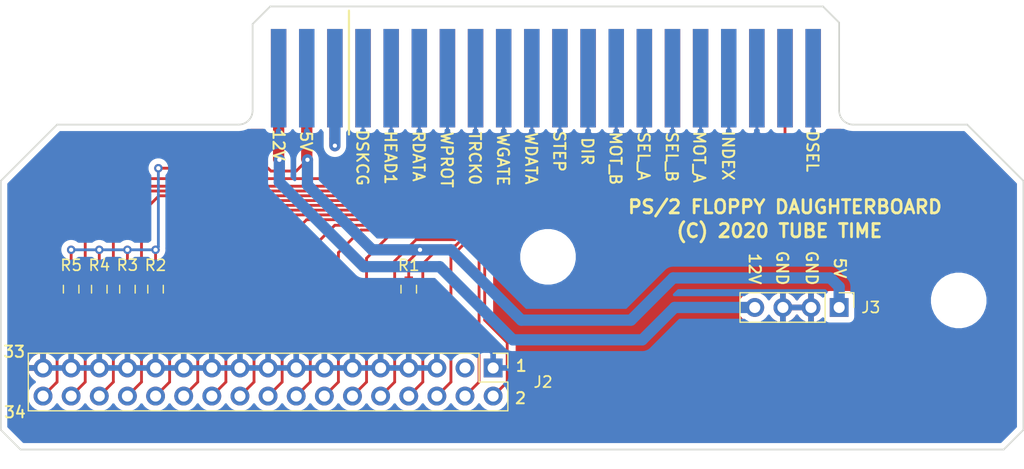
<source format=kicad_pcb>
(kicad_pcb (version 20171130) (host pcbnew "(5.1.0)-1")

  (general
    (thickness 1.6)
    (drawings 46)
    (tracks 251)
    (zones 0)
    (modules 10)
    (nets 22)
  )

  (page A4)
  (title_block
    (title "PS/2 Floppy Adapter")
    (comment 1 "Copyright (C) 2020 Eric Schlaepfer")
    (comment 2 "License. See https://creativecommons.org/licenses/by-sa/4.0/")
    (comment 3 "This work is licensed under a Creative Commons Attribution-ShareAlike 4.0 International")
  )

  (layers
    (0 F.Cu signal)
    (31 B.Cu signal)
    (32 B.Adhes user)
    (33 F.Adhes user)
    (34 B.Paste user)
    (35 F.Paste user)
    (36 B.SilkS user)
    (37 F.SilkS user)
    (38 B.Mask user)
    (39 F.Mask user)
    (40 Dwgs.User user)
    (41 Cmts.User user)
    (42 Eco1.User user)
    (43 Eco2.User user)
    (44 Edge.Cuts user)
    (45 Margin user)
    (46 B.CrtYd user)
    (47 F.CrtYd user)
    (48 B.Fab user hide)
    (49 F.Fab user hide)
  )

  (setup
    (last_trace_width 0.254)
    (user_trace_width 0.254)
    (user_trace_width 0.508)
    (user_trace_width 1.016)
    (trace_clearance 0.1778)
    (zone_clearance 0.635)
    (zone_45_only no)
    (trace_min 0.1778)
    (via_size 0.762)
    (via_drill 0.381)
    (via_min_size 0.6096)
    (via_min_drill 0.3048)
    (uvia_size 0.3)
    (uvia_drill 0.1)
    (uvias_allowed no)
    (uvia_min_size 0.2)
    (uvia_min_drill 0.1)
    (edge_width 0.15)
    (segment_width 0.2)
    (pcb_text_width 0.3)
    (pcb_text_size 1.5 1.5)
    (mod_edge_width 0.15)
    (mod_text_size 1 1)
    (mod_text_width 0.15)
    (pad_size 1.524 1.524)
    (pad_drill 0.762)
    (pad_to_mask_clearance 0.2)
    (aux_axis_origin 0 0)
    (grid_origin 109.5375 113.792)
    (visible_elements 7FFFFFFF)
    (pcbplotparams
      (layerselection 0x010f0_ffffffff)
      (usegerberextensions false)
      (usegerberattributes false)
      (usegerberadvancedattributes false)
      (creategerberjobfile false)
      (excludeedgelayer true)
      (linewidth 0.100000)
      (plotframeref false)
      (viasonmask false)
      (mode 1)
      (useauxorigin false)
      (hpglpennumber 1)
      (hpglpenspeed 20)
      (hpglpendiameter 15.000000)
      (psnegative false)
      (psa4output false)
      (plotreference true)
      (plotvalue false)
      (plotinvisibletext false)
      (padsonsilk false)
      (subtractmaskfromsilk false)
      (outputformat 1)
      (mirror false)
      (drillshape 0)
      (scaleselection 1)
      (outputdirectory "cam"))
  )

  (net 0 "")
  (net 1 GND)
  (net 2 /HDSEL)
  (net 3 /RES1)
  (net 4 /RES2)
  (net 5 /INDEX)
  (net 6 /MOTEN_A)
  (net 7 /DSEL_B)
  (net 8 /DSEL_A)
  (net 9 /MOTEN_B)
  (net 10 /DIR)
  (net 11 /STEP)
  (net 12 /WDATA)
  (net 13 /ENWRITE)
  (net 14 /TRACK0)
  (net 15 /WPROT)
  (net 16 /RDATA)
  (net 17 /HEAD1SEL)
  (net 18 /DISKCHG)
  (net 19 +5V)
  (net 20 +12V)
  (net 21 "Net-(J1-Pad35)")

  (net_class Default "This is the default net class."
    (clearance 0.1778)
    (trace_width 0.254)
    (via_dia 0.762)
    (via_drill 0.381)
    (uvia_dia 0.3)
    (uvia_drill 0.1)
    (add_net +12V)
    (add_net +5V)
    (add_net /DIR)
    (add_net /DISKCHG)
    (add_net /DSEL_A)
    (add_net /DSEL_B)
    (add_net /ENWRITE)
    (add_net /HDSEL)
    (add_net /HEAD1SEL)
    (add_net /INDEX)
    (add_net /MOTEN_A)
    (add_net /MOTEN_B)
    (add_net /RDATA)
    (add_net /RES1)
    (add_net /RES2)
    (add_net /STEP)
    (add_net /TRACK0)
    (add_net /WDATA)
    (add_net /WPROT)
    (add_net GND)
    (add_net "Net-(J1-Pad35)")
  )

  (module Mounting_Holes:MountingHole_4mm locked (layer F.Cu) (tedit 56D1B4CB) (tstamp 5FD6DD37)
    (at 155.1305 103.759)
    (descr "Mounting Hole 4mm, no annular")
    (tags "mounting hole 4mm no annular")
    (attr virtual)
    (fp_text reference REF** (at 0 -5) (layer F.SilkS) hide
      (effects (font (size 1 1) (thickness 0.15)))
    )
    (fp_text value MountingHole_4mm (at 0 5) (layer F.Fab)
      (effects (font (size 1 1) (thickness 0.15)))
    )
    (fp_text user %R (at 0.3 0) (layer F.Fab)
      (effects (font (size 1 1) (thickness 0.15)))
    )
    (fp_circle (center 0 0) (end 4 0) (layer Cmts.User) (width 0.15))
    (fp_circle (center 0 0) (end 4.25 0) (layer F.CrtYd) (width 0.05))
    (pad 1 np_thru_hole circle (at 0 0) (size 4 4) (drill 4) (layers *.Cu *.Mask))
  )

  (module Mounting_Holes:MountingHole_4mm locked (layer F.Cu) (tedit 56D1B4CB) (tstamp 5FD6DCEB)
    (at 192.2145 107.696)
    (descr "Mounting Hole 4mm, no annular")
    (tags "mounting hole 4mm no annular")
    (attr virtual)
    (fp_text reference REF** (at 0 -5) (layer F.SilkS) hide
      (effects (font (size 1 1) (thickness 0.15)))
    )
    (fp_text value MountingHole_4mm (at 0 5) (layer F.Fab)
      (effects (font (size 1 1) (thickness 0.15)))
    )
    (fp_text user %R (at 0.3 0) (layer F.Fab)
      (effects (font (size 1 1) (thickness 0.15)))
    )
    (fp_circle (center 0 0) (end 4 0) (layer Cmts.User) (width 0.15))
    (fp_circle (center 0 0) (end 4.25 0) (layer F.CrtYd) (width 0.05))
    (pad 1 np_thru_hole circle (at 0 0) (size 4 4) (drill 4) (layers *.Cu *.Mask))
  )

  (module Conn:EDGE_FLOPPY40 (layer F.Cu) (tedit 5A5563EB) (tstamp 5A55753E)
    (at 154.94 87.63)
    (path /5A555887)
    (fp_text reference J1 (at 0.0635 -8.636) (layer F.SilkS) hide
      (effects (font (size 1 1) (thickness 0.15)))
    )
    (fp_text value Conn_02x20_Odd_Even (at -1.27 -12.7) (layer F.Fab) hide
      (effects (font (size 1 1) (thickness 0.15)))
    )
    (pad 40 connect rect (at -24.13 0) (size 1.397 8.89) (layers F.Cu F.Mask)
      (net 20 +12V))
    (pad 39 connect rect (at -24.13 0) (size 1.397 8.89) (layers B.Cu B.Mask)
      (net 1 GND))
    (pad 38 connect rect (at -21.59 0) (size 1.397 8.89) (layers F.Cu F.Mask)
      (net 19 +5V))
    (pad 37 connect rect (at -21.59 0) (size 1.397 8.89) (layers B.Cu B.Mask)
      (net 1 GND))
    (pad 36 connect rect (at -19.05 0) (size 1.397 8.89) (layers F.Cu F.Mask)
      (net 21 "Net-(J1-Pad35)"))
    (pad 35 connect rect (at -19.05 0) (size 1.397 8.89) (layers B.Cu B.Mask)
      (net 21 "Net-(J1-Pad35)"))
    (pad 34 connect rect (at -16.51 0) (size 1.397 8.89) (layers F.Cu F.Mask)
      (net 18 /DISKCHG))
    (pad 33 connect rect (at -16.51 0) (size 1.397 8.89) (layers B.Cu B.Mask)
      (net 1 GND))
    (pad 32 connect rect (at -13.97 0) (size 1.397 8.89) (layers F.Cu F.Mask)
      (net 17 /HEAD1SEL))
    (pad 31 connect rect (at -13.97 0) (size 1.397 8.89) (layers B.Cu B.Mask)
      (net 1 GND))
    (pad 30 connect rect (at -11.43 0) (size 1.397 8.89) (layers F.Cu F.Mask)
      (net 16 /RDATA))
    (pad 29 connect rect (at -11.43 0) (size 1.397 8.89) (layers B.Cu B.Mask)
      (net 1 GND))
    (pad 28 connect rect (at -8.89 0) (size 1.397 8.89) (layers F.Cu F.Mask)
      (net 15 /WPROT))
    (pad 27 connect rect (at -8.89 0) (size 1.397 8.89) (layers B.Cu B.Mask)
      (net 1 GND))
    (pad 26 connect rect (at -6.35 0) (size 1.397 8.89) (layers F.Cu F.Mask)
      (net 14 /TRACK0))
    (pad 25 connect rect (at -6.35 0) (size 1.397 8.89) (layers B.Cu B.Mask)
      (net 1 GND))
    (pad 24 connect rect (at -3.81 0) (size 1.397 8.89) (layers F.Cu F.Mask)
      (net 13 /ENWRITE))
    (pad 23 connect rect (at -3.81 0) (size 1.397 8.89) (layers B.Cu B.Mask)
      (net 1 GND))
    (pad 22 connect rect (at -1.27 0) (size 1.397 8.89) (layers F.Cu F.Mask)
      (net 12 /WDATA))
    (pad 21 connect rect (at -1.27 0) (size 1.397 8.89) (layers B.Cu B.Mask)
      (net 1 GND))
    (pad 20 connect rect (at 1.27 0) (size 1.397 8.89) (layers F.Cu F.Mask)
      (net 11 /STEP))
    (pad 19 connect rect (at 1.27 0) (size 1.397 8.89) (layers B.Cu B.Mask)
      (net 1 GND))
    (pad 18 connect rect (at 3.81 0) (size 1.397 8.89) (layers F.Cu F.Mask)
      (net 10 /DIR))
    (pad 17 connect rect (at 3.81 0) (size 1.397 8.89) (layers B.Cu B.Mask)
      (net 1 GND))
    (pad 16 connect rect (at 6.35 0) (size 1.397 8.89) (layers F.Cu F.Mask)
      (net 9 /MOTEN_B))
    (pad 15 connect rect (at 6.35 0) (size 1.397 8.89) (layers B.Cu B.Mask)
      (net 1 GND))
    (pad 14 connect rect (at 8.89 0) (size 1.397 8.89) (layers F.Cu F.Mask)
      (net 8 /DSEL_A))
    (pad 13 connect rect (at 8.89 0) (size 1.397 8.89) (layers B.Cu B.Mask)
      (net 1 GND))
    (pad 12 connect rect (at 11.43 0) (size 1.397 8.89) (layers F.Cu F.Mask)
      (net 7 /DSEL_B))
    (pad 11 connect rect (at 11.43 0) (size 1.397 8.89) (layers B.Cu B.Mask)
      (net 1 GND))
    (pad 10 connect rect (at 13.97 0) (size 1.397 8.89) (layers F.Cu F.Mask)
      (net 6 /MOTEN_A))
    (pad 9 connect rect (at 13.97 0) (size 1.397 8.89) (layers B.Cu B.Mask)
      (net 1 GND))
    (pad 8 connect rect (at 16.51 0) (size 1.397 8.89) (layers F.Cu F.Mask)
      (net 5 /INDEX))
    (pad 7 connect rect (at 16.51 0) (size 1.397 8.89) (layers B.Cu B.Mask)
      (net 1 GND))
    (pad 6 connect rect (at 19.05 0) (size 1.397 8.89) (layers F.Cu F.Mask)
      (net 4 /RES2))
    (pad 5 connect rect (at 19.05 0) (size 1.397 8.89) (layers B.Cu B.Mask)
      (net 1 GND))
    (pad 4 connect rect (at 21.59 0) (size 1.397 8.89) (layers F.Cu F.Mask)
      (net 3 /RES1))
    (pad 3 connect rect (at 21.59 0) (size 1.397 8.89) (layers B.Cu B.Mask))
    (pad 2 connect rect (at 24.13 0) (size 1.397 8.89) (layers F.Cu F.Mask)
      (net 2 /HDSEL))
    (pad 1 connect rect (at 24.13 0) (size 1.397 8.89) (layers B.Cu B.Mask)
      (net 1 GND))
  )

  (module Pin_Headers:Pin_Header_Straight_2x17_Pitch2.54mm (layer F.Cu) (tedit 59650533) (tstamp 5A5577B7)
    (at 150.1775 113.792 270)
    (descr "Through hole straight pin header, 2x17, 2.54mm pitch, double rows")
    (tags "Through hole pin header THT 2x17 2.54mm double row")
    (path /5A555850)
    (fp_text reference J2 (at 1.27 -4.5085) (layer F.SilkS)
      (effects (font (size 1 1) (thickness 0.15)))
    )
    (fp_text value Conn_02x17_Odd_Even (at 1.27 42.97 270) (layer F.Fab)
      (effects (font (size 1 1) (thickness 0.15)))
    )
    (fp_line (start 0 -1.27) (end 3.81 -1.27) (layer F.Fab) (width 0.1))
    (fp_line (start 3.81 -1.27) (end 3.81 41.91) (layer F.Fab) (width 0.1))
    (fp_line (start 3.81 41.91) (end -1.27 41.91) (layer F.Fab) (width 0.1))
    (fp_line (start -1.27 41.91) (end -1.27 0) (layer F.Fab) (width 0.1))
    (fp_line (start -1.27 0) (end 0 -1.27) (layer F.Fab) (width 0.1))
    (fp_line (start -1.33 41.97) (end 3.87 41.97) (layer F.SilkS) (width 0.12))
    (fp_line (start -1.33 1.27) (end -1.33 41.97) (layer F.SilkS) (width 0.12))
    (fp_line (start 3.87 -1.33) (end 3.87 41.97) (layer F.SilkS) (width 0.12))
    (fp_line (start -1.33 1.27) (end 1.27 1.27) (layer F.SilkS) (width 0.12))
    (fp_line (start 1.27 1.27) (end 1.27 -1.33) (layer F.SilkS) (width 0.12))
    (fp_line (start 1.27 -1.33) (end 3.87 -1.33) (layer F.SilkS) (width 0.12))
    (fp_line (start -1.33 0) (end -1.33 -1.33) (layer F.SilkS) (width 0.12))
    (fp_line (start -1.33 -1.33) (end 0 -1.33) (layer F.SilkS) (width 0.12))
    (fp_line (start -1.8 -1.8) (end -1.8 42.45) (layer F.CrtYd) (width 0.05))
    (fp_line (start -1.8 42.45) (end 4.35 42.45) (layer F.CrtYd) (width 0.05))
    (fp_line (start 4.35 42.45) (end 4.35 -1.8) (layer F.CrtYd) (width 0.05))
    (fp_line (start 4.35 -1.8) (end -1.8 -1.8) (layer F.CrtYd) (width 0.05))
    (fp_text user %R (at 1.27 20.32) (layer F.Fab)
      (effects (font (size 1 1) (thickness 0.15)))
    )
    (pad 1 thru_hole rect (at 0 0 270) (size 1.7 1.7) (drill 1) (layers *.Cu *.Mask)
      (net 1 GND))
    (pad 2 thru_hole oval (at 2.54 0 270) (size 1.7 1.7) (drill 1) (layers *.Cu *.Mask)
      (net 2 /HDSEL))
    (pad 3 thru_hole oval (at 0 2.54 270) (size 1.7 1.7) (drill 1) (layers *.Cu *.Mask))
    (pad 4 thru_hole oval (at 2.54 2.54 270) (size 1.7 1.7) (drill 1) (layers *.Cu *.Mask)
      (net 3 /RES1))
    (pad 5 thru_hole oval (at 0 5.08 270) (size 1.7 1.7) (drill 1) (layers *.Cu *.Mask)
      (net 1 GND))
    (pad 6 thru_hole oval (at 2.54 5.08 270) (size 1.7 1.7) (drill 1) (layers *.Cu *.Mask)
      (net 4 /RES2))
    (pad 7 thru_hole oval (at 0 7.62 270) (size 1.7 1.7) (drill 1) (layers *.Cu *.Mask)
      (net 1 GND))
    (pad 8 thru_hole oval (at 2.54 7.62 270) (size 1.7 1.7) (drill 1) (layers *.Cu *.Mask)
      (net 5 /INDEX))
    (pad 9 thru_hole oval (at 0 10.16 270) (size 1.7 1.7) (drill 1) (layers *.Cu *.Mask)
      (net 1 GND))
    (pad 10 thru_hole oval (at 2.54 10.16 270) (size 1.7 1.7) (drill 1) (layers *.Cu *.Mask)
      (net 6 /MOTEN_A))
    (pad 11 thru_hole oval (at 0 12.7 270) (size 1.7 1.7) (drill 1) (layers *.Cu *.Mask)
      (net 1 GND))
    (pad 12 thru_hole oval (at 2.54 12.7 270) (size 1.7 1.7) (drill 1) (layers *.Cu *.Mask)
      (net 7 /DSEL_B))
    (pad 13 thru_hole oval (at 0 15.24 270) (size 1.7 1.7) (drill 1) (layers *.Cu *.Mask)
      (net 1 GND))
    (pad 14 thru_hole oval (at 2.54 15.24 270) (size 1.7 1.7) (drill 1) (layers *.Cu *.Mask)
      (net 8 /DSEL_A))
    (pad 15 thru_hole oval (at 0 17.78 270) (size 1.7 1.7) (drill 1) (layers *.Cu *.Mask)
      (net 1 GND))
    (pad 16 thru_hole oval (at 2.54 17.78 270) (size 1.7 1.7) (drill 1) (layers *.Cu *.Mask)
      (net 9 /MOTEN_B))
    (pad 17 thru_hole oval (at 0 20.32 270) (size 1.7 1.7) (drill 1) (layers *.Cu *.Mask)
      (net 1 GND))
    (pad 18 thru_hole oval (at 2.54 20.32 270) (size 1.7 1.7) (drill 1) (layers *.Cu *.Mask)
      (net 10 /DIR))
    (pad 19 thru_hole oval (at 0 22.86 270) (size 1.7 1.7) (drill 1) (layers *.Cu *.Mask)
      (net 1 GND))
    (pad 20 thru_hole oval (at 2.54 22.86 270) (size 1.7 1.7) (drill 1) (layers *.Cu *.Mask)
      (net 11 /STEP))
    (pad 21 thru_hole oval (at 0 25.4 270) (size 1.7 1.7) (drill 1) (layers *.Cu *.Mask)
      (net 1 GND))
    (pad 22 thru_hole oval (at 2.54 25.4 270) (size 1.7 1.7) (drill 1) (layers *.Cu *.Mask)
      (net 12 /WDATA))
    (pad 23 thru_hole oval (at 0 27.94 270) (size 1.7 1.7) (drill 1) (layers *.Cu *.Mask)
      (net 1 GND))
    (pad 24 thru_hole oval (at 2.54 27.94 270) (size 1.7 1.7) (drill 1) (layers *.Cu *.Mask)
      (net 13 /ENWRITE))
    (pad 25 thru_hole oval (at 0 30.48 270) (size 1.7 1.7) (drill 1) (layers *.Cu *.Mask)
      (net 1 GND))
    (pad 26 thru_hole oval (at 2.54 30.48 270) (size 1.7 1.7) (drill 1) (layers *.Cu *.Mask)
      (net 14 /TRACK0))
    (pad 27 thru_hole oval (at 0 33.02 270) (size 1.7 1.7) (drill 1) (layers *.Cu *.Mask)
      (net 1 GND))
    (pad 28 thru_hole oval (at 2.54 33.02 270) (size 1.7 1.7) (drill 1) (layers *.Cu *.Mask)
      (net 15 /WPROT))
    (pad 29 thru_hole oval (at 0 35.56 270) (size 1.7 1.7) (drill 1) (layers *.Cu *.Mask)
      (net 1 GND))
    (pad 30 thru_hole oval (at 2.54 35.56 270) (size 1.7 1.7) (drill 1) (layers *.Cu *.Mask)
      (net 16 /RDATA))
    (pad 31 thru_hole oval (at 0 38.1 270) (size 1.7 1.7) (drill 1) (layers *.Cu *.Mask)
      (net 1 GND))
    (pad 32 thru_hole oval (at 2.54 38.1 270) (size 1.7 1.7) (drill 1) (layers *.Cu *.Mask)
      (net 17 /HEAD1SEL))
    (pad 33 thru_hole oval (at 0 40.64 270) (size 1.7 1.7) (drill 1) (layers *.Cu *.Mask)
      (net 1 GND))
    (pad 34 thru_hole oval (at 2.54 40.64 270) (size 1.7 1.7) (drill 1) (layers *.Cu *.Mask)
      (net 18 /DISKCHG))
    (model ${KISYS3DMOD}/Pin_Headers.3dshapes/Pin_Header_Straight_2x17_Pitch2.54mm.wrl
      (at (xyz 0 0 0))
      (scale (xyz 1 1 1))
      (rotate (xyz 0 0 0))
    )
  )

  (module Pin_Headers:Pin_Header_Straight_1x04_Pitch2.54mm (layer F.Cu) (tedit 59650532) (tstamp 5A5577CF)
    (at 181.4195 108.331 270)
    (descr "Through hole straight pin header, 1x04, 2.54mm pitch, single row")
    (tags "Through hole pin header THT 1x04 2.54mm single row")
    (path /5A5558B4)
    (fp_text reference J3 (at 0 -2.8575) (layer F.SilkS)
      (effects (font (size 1 1) (thickness 0.15)))
    )
    (fp_text value Conn_01x04 (at 0 9.95 270) (layer F.Fab)
      (effects (font (size 1 1) (thickness 0.15)))
    )
    (fp_line (start -0.635 -1.27) (end 1.27 -1.27) (layer F.Fab) (width 0.1))
    (fp_line (start 1.27 -1.27) (end 1.27 8.89) (layer F.Fab) (width 0.1))
    (fp_line (start 1.27 8.89) (end -1.27 8.89) (layer F.Fab) (width 0.1))
    (fp_line (start -1.27 8.89) (end -1.27 -0.635) (layer F.Fab) (width 0.1))
    (fp_line (start -1.27 -0.635) (end -0.635 -1.27) (layer F.Fab) (width 0.1))
    (fp_line (start -1.33 8.95) (end 1.33 8.95) (layer F.SilkS) (width 0.12))
    (fp_line (start -1.33 1.27) (end -1.33 8.95) (layer F.SilkS) (width 0.12))
    (fp_line (start 1.33 1.27) (end 1.33 8.95) (layer F.SilkS) (width 0.12))
    (fp_line (start -1.33 1.27) (end 1.33 1.27) (layer F.SilkS) (width 0.12))
    (fp_line (start -1.33 0) (end -1.33 -1.33) (layer F.SilkS) (width 0.12))
    (fp_line (start -1.33 -1.33) (end 0 -1.33) (layer F.SilkS) (width 0.12))
    (fp_line (start -1.8 -1.8) (end -1.8 9.4) (layer F.CrtYd) (width 0.05))
    (fp_line (start -1.8 9.4) (end 1.8 9.4) (layer F.CrtYd) (width 0.05))
    (fp_line (start 1.8 9.4) (end 1.8 -1.8) (layer F.CrtYd) (width 0.05))
    (fp_line (start 1.8 -1.8) (end -1.8 -1.8) (layer F.CrtYd) (width 0.05))
    (fp_text user %R (at 0 3.81) (layer F.Fab)
      (effects (font (size 1 1) (thickness 0.15)))
    )
    (pad 1 thru_hole rect (at 0 0 270) (size 1.7 1.7) (drill 1) (layers *.Cu *.Mask)
      (net 19 +5V))
    (pad 2 thru_hole oval (at 0 2.54 270) (size 1.7 1.7) (drill 1) (layers *.Cu *.Mask)
      (net 1 GND))
    (pad 3 thru_hole oval (at 0 5.08 270) (size 1.7 1.7) (drill 1) (layers *.Cu *.Mask)
      (net 1 GND))
    (pad 4 thru_hole oval (at 0 7.62 270) (size 1.7 1.7) (drill 1) (layers *.Cu *.Mask)
      (net 20 +12V))
    (model ${KISYS3DMOD}/Pin_Headers.3dshapes/Pin_Header_Straight_1x04_Pitch2.54mm.wrl
      (at (xyz 0 0 0))
      (scale (xyz 1 1 1))
      (rotate (xyz 0 0 0))
    )
  )

  (module Passive:RESC1608X55 (layer F.Cu) (tedit 58BF7E21) (tstamp 5A66843E)
    (at 142.5575 106.68 270)
    (descr "Capacitor SMD 0603, reflow soldering, AVX (see smccp.pdf)")
    (tags "capacitor 0603")
    (path /5A66828C)
    (attr smd)
    (fp_text reference R1 (at -2.159 0) (layer F.SilkS)
      (effects (font (size 1 1) (thickness 0.15)))
    )
    (fp_text value 1K (at 0 1.5 270) (layer F.Fab)
      (effects (font (size 1 1) (thickness 0.15)))
    )
    (fp_text user %R (at 0 -1.5 270) (layer F.Fab)
      (effects (font (size 1 1) (thickness 0.15)))
    )
    (fp_line (start -0.8 0.4) (end -0.8 -0.4) (layer F.Fab) (width 0.1))
    (fp_line (start 0.8 0.4) (end -0.8 0.4) (layer F.Fab) (width 0.1))
    (fp_line (start 0.8 -0.4) (end 0.8 0.4) (layer F.Fab) (width 0.1))
    (fp_line (start -0.8 -0.4) (end 0.8 -0.4) (layer F.Fab) (width 0.1))
    (fp_line (start -0.35 -0.7) (end 0.35 -0.7) (layer F.SilkS) (width 0.12))
    (fp_line (start 0.35 0.7) (end -0.35 0.7) (layer F.SilkS) (width 0.12))
    (fp_line (start -1.4 -0.65) (end 1.4 -0.65) (layer F.CrtYd) (width 0.05))
    (fp_line (start -1.4 -0.65) (end -1.4 0.65) (layer F.CrtYd) (width 0.05))
    (fp_line (start 1.4 0.65) (end 1.4 -0.65) (layer F.CrtYd) (width 0.05))
    (fp_line (start 1.4 0.65) (end -1.4 0.65) (layer F.CrtYd) (width 0.05))
    (pad 1 smd rect (at -0.75 0 270) (size 0.8 0.75) (layers F.Cu F.Paste F.Mask)
      (net 19 +5V))
    (pad 2 smd rect (at 0.75 0 270) (size 0.8 0.75) (layers F.Cu F.Paste F.Mask)
      (net 5 /INDEX))
    (model Capacitors_SMD.3dshapes/C_0603.wrl
      (at (xyz 0 0 0))
      (scale (xyz 1 1 1))
      (rotate (xyz 0 0 0))
    )
  )

  (module Passive:RESC1608X55 (layer F.Cu) (tedit 58BF7E21) (tstamp 5A66844F)
    (at 119.6975 106.68 270)
    (descr "Capacitor SMD 0603, reflow soldering, AVX (see smccp.pdf)")
    (tags "capacitor 0603")
    (path /5A668580)
    (attr smd)
    (fp_text reference R2 (at -2.159 0) (layer F.SilkS)
      (effects (font (size 1 1) (thickness 0.15)))
    )
    (fp_text value 1K (at 0 1.5 270) (layer F.Fab)
      (effects (font (size 1 1) (thickness 0.15)))
    )
    (fp_text user %R (at 0 -1.5 270) (layer F.Fab)
      (effects (font (size 1 1) (thickness 0.15)))
    )
    (fp_line (start -0.8 0.4) (end -0.8 -0.4) (layer F.Fab) (width 0.1))
    (fp_line (start 0.8 0.4) (end -0.8 0.4) (layer F.Fab) (width 0.1))
    (fp_line (start 0.8 -0.4) (end 0.8 0.4) (layer F.Fab) (width 0.1))
    (fp_line (start -0.8 -0.4) (end 0.8 -0.4) (layer F.Fab) (width 0.1))
    (fp_line (start -0.35 -0.7) (end 0.35 -0.7) (layer F.SilkS) (width 0.12))
    (fp_line (start 0.35 0.7) (end -0.35 0.7) (layer F.SilkS) (width 0.12))
    (fp_line (start -1.4 -0.65) (end 1.4 -0.65) (layer F.CrtYd) (width 0.05))
    (fp_line (start -1.4 -0.65) (end -1.4 0.65) (layer F.CrtYd) (width 0.05))
    (fp_line (start 1.4 0.65) (end 1.4 -0.65) (layer F.CrtYd) (width 0.05))
    (fp_line (start 1.4 0.65) (end -1.4 0.65) (layer F.CrtYd) (width 0.05))
    (pad 1 smd rect (at -0.75 0 270) (size 0.8 0.75) (layers F.Cu F.Paste F.Mask)
      (net 19 +5V))
    (pad 2 smd rect (at 0.75 0 270) (size 0.8 0.75) (layers F.Cu F.Paste F.Mask)
      (net 14 /TRACK0))
    (model Capacitors_SMD.3dshapes/C_0603.wrl
      (at (xyz 0 0 0))
      (scale (xyz 1 1 1))
      (rotate (xyz 0 0 0))
    )
  )

  (module Passive:RESC1608X55 (layer F.Cu) (tedit 58BF7E21) (tstamp 5A668460)
    (at 117.1575 106.68 270)
    (descr "Capacitor SMD 0603, reflow soldering, AVX (see smccp.pdf)")
    (tags "capacitor 0603")
    (path /5A6685AF)
    (attr smd)
    (fp_text reference R3 (at -2.171 0) (layer F.SilkS)
      (effects (font (size 1 1) (thickness 0.15)))
    )
    (fp_text value 1K (at 0 1.5 270) (layer F.Fab)
      (effects (font (size 1 1) (thickness 0.15)))
    )
    (fp_text user %R (at 0 -1.5 270) (layer F.Fab)
      (effects (font (size 1 1) (thickness 0.15)))
    )
    (fp_line (start -0.8 0.4) (end -0.8 -0.4) (layer F.Fab) (width 0.1))
    (fp_line (start 0.8 0.4) (end -0.8 0.4) (layer F.Fab) (width 0.1))
    (fp_line (start 0.8 -0.4) (end 0.8 0.4) (layer F.Fab) (width 0.1))
    (fp_line (start -0.8 -0.4) (end 0.8 -0.4) (layer F.Fab) (width 0.1))
    (fp_line (start -0.35 -0.7) (end 0.35 -0.7) (layer F.SilkS) (width 0.12))
    (fp_line (start 0.35 0.7) (end -0.35 0.7) (layer F.SilkS) (width 0.12))
    (fp_line (start -1.4 -0.65) (end 1.4 -0.65) (layer F.CrtYd) (width 0.05))
    (fp_line (start -1.4 -0.65) (end -1.4 0.65) (layer F.CrtYd) (width 0.05))
    (fp_line (start 1.4 0.65) (end 1.4 -0.65) (layer F.CrtYd) (width 0.05))
    (fp_line (start 1.4 0.65) (end -1.4 0.65) (layer F.CrtYd) (width 0.05))
    (pad 1 smd rect (at -0.75 0 270) (size 0.8 0.75) (layers F.Cu F.Paste F.Mask)
      (net 19 +5V))
    (pad 2 smd rect (at 0.75 0 270) (size 0.8 0.75) (layers F.Cu F.Paste F.Mask)
      (net 15 /WPROT))
    (model Capacitors_SMD.3dshapes/C_0603.wrl
      (at (xyz 0 0 0))
      (scale (xyz 1 1 1))
      (rotate (xyz 0 0 0))
    )
  )

  (module Passive:RESC1608X55 (layer F.Cu) (tedit 58BF7E21) (tstamp 5A668471)
    (at 114.6175 106.68 270)
    (descr "Capacitor SMD 0603, reflow soldering, AVX (see smccp.pdf)")
    (tags "capacitor 0603")
    (path /5A6685D1)
    (attr smd)
    (fp_text reference R4 (at -2.159 0) (layer F.SilkS)
      (effects (font (size 1 1) (thickness 0.15)))
    )
    (fp_text value 1K (at 0 1.5 270) (layer F.Fab)
      (effects (font (size 1 1) (thickness 0.15)))
    )
    (fp_text user %R (at 0 -1.5 270) (layer F.Fab)
      (effects (font (size 1 1) (thickness 0.15)))
    )
    (fp_line (start -0.8 0.4) (end -0.8 -0.4) (layer F.Fab) (width 0.1))
    (fp_line (start 0.8 0.4) (end -0.8 0.4) (layer F.Fab) (width 0.1))
    (fp_line (start 0.8 -0.4) (end 0.8 0.4) (layer F.Fab) (width 0.1))
    (fp_line (start -0.8 -0.4) (end 0.8 -0.4) (layer F.Fab) (width 0.1))
    (fp_line (start -0.35 -0.7) (end 0.35 -0.7) (layer F.SilkS) (width 0.12))
    (fp_line (start 0.35 0.7) (end -0.35 0.7) (layer F.SilkS) (width 0.12))
    (fp_line (start -1.4 -0.65) (end 1.4 -0.65) (layer F.CrtYd) (width 0.05))
    (fp_line (start -1.4 -0.65) (end -1.4 0.65) (layer F.CrtYd) (width 0.05))
    (fp_line (start 1.4 0.65) (end 1.4 -0.65) (layer F.CrtYd) (width 0.05))
    (fp_line (start 1.4 0.65) (end -1.4 0.65) (layer F.CrtYd) (width 0.05))
    (pad 1 smd rect (at -0.75 0 270) (size 0.8 0.75) (layers F.Cu F.Paste F.Mask)
      (net 19 +5V))
    (pad 2 smd rect (at 0.75 0 270) (size 0.8 0.75) (layers F.Cu F.Paste F.Mask)
      (net 16 /RDATA))
    (model Capacitors_SMD.3dshapes/C_0603.wrl
      (at (xyz 0 0 0))
      (scale (xyz 1 1 1))
      (rotate (xyz 0 0 0))
    )
  )

  (module Passive:RESC1608X55 locked (layer F.Cu) (tedit 58BF7E21) (tstamp 5A668482)
    (at 112.0775 106.68 270)
    (descr "Capacitor SMD 0603, reflow soldering, AVX (see smccp.pdf)")
    (tags "capacitor 0603")
    (path /5A6685FA)
    (attr smd)
    (fp_text reference R5 (at -2.159 0) (layer F.SilkS)
      (effects (font (size 1 1) (thickness 0.15)))
    )
    (fp_text value 1K (at 0 1.5 270) (layer F.Fab)
      (effects (font (size 1 1) (thickness 0.15)))
    )
    (fp_text user %R (at 0 -1.5 270) (layer F.Fab)
      (effects (font (size 1 1) (thickness 0.15)))
    )
    (fp_line (start -0.8 0.4) (end -0.8 -0.4) (layer F.Fab) (width 0.1))
    (fp_line (start 0.8 0.4) (end -0.8 0.4) (layer F.Fab) (width 0.1))
    (fp_line (start 0.8 -0.4) (end 0.8 0.4) (layer F.Fab) (width 0.1))
    (fp_line (start -0.8 -0.4) (end 0.8 -0.4) (layer F.Fab) (width 0.1))
    (fp_line (start -0.35 -0.7) (end 0.35 -0.7) (layer F.SilkS) (width 0.12))
    (fp_line (start 0.35 0.7) (end -0.35 0.7) (layer F.SilkS) (width 0.12))
    (fp_line (start -1.4 -0.65) (end 1.4 -0.65) (layer F.CrtYd) (width 0.05))
    (fp_line (start -1.4 -0.65) (end -1.4 0.65) (layer F.CrtYd) (width 0.05))
    (fp_line (start 1.4 0.65) (end 1.4 -0.65) (layer F.CrtYd) (width 0.05))
    (fp_line (start 1.4 0.65) (end -1.4 0.65) (layer F.CrtYd) (width 0.05))
    (pad 1 smd rect (at -0.75 0 270) (size 0.8 0.75) (layers F.Cu F.Paste F.Mask)
      (net 19 +5V))
    (pad 2 smd rect (at 0.75 0 270) (size 0.8 0.75) (layers F.Cu F.Paste F.Mask)
      (net 18 /DISKCHG))
    (model Capacitors_SMD.3dshapes/C_0603.wrl
      (at (xyz 0 0 0))
      (scale (xyz 1 1 1))
      (rotate (xyz 0 0 0))
    )
  )

  (gr_text 12V (at 130.81 93.6625 270) (layer F.SilkS) (tstamp 5FD6F0DC)
    (effects (font (size 1.016 1.016) (thickness 0.1778)))
  )
  (gr_text 5V (at 133.2865 93.345 270) (layer F.SilkS) (tstamp 5FD6F0DA)
    (effects (font (size 1.016 1.016) (thickness 0.1778)))
  )
  (gr_text DSKCG (at 138.3665 94.8055 270) (layer F.SilkS)
    (effects (font (size 1.016 1.016) (thickness 0.1778)))
  )
  (gr_line (start 137.16 92.6465) (end 137.16 80.645) (layer Dwgs.User) (width 0.15))
  (gr_line (start 105.7275 96.901) (end 110.8075 91.821) (layer Edge.Cuts) (width 0.15) (tstamp 5FD6DB13))
  (gr_line (start 105.7275 119.38) (end 107.5055 121.158) (layer Edge.Cuts) (width 0.15))
  (gr_line (start 105.7275 119.38) (end 105.7275 96.901) (layer Edge.Cuts) (width 0.15))
  (dimension 92.329 (width 0.15) (layer Dwgs.User) (tstamp 5FD6DAFE)
    (gr_text "3.6350 in" (at 151.892 123.601) (layer Dwgs.User) (tstamp 5FD6DAFF)
      (effects (font (size 1 1) (thickness 0.15)))
    )
    (feature1 (pts (xy 105.7275 119.38) (xy 105.7275 122.887421)))
    (feature2 (pts (xy 198.0565 119.38) (xy 198.0565 122.887421)))
    (crossbar (pts (xy 198.0565 122.301) (xy 105.7275 122.301)))
    (arrow1a (pts (xy 105.7275 122.301) (xy 106.854004 121.714579)))
    (arrow1b (pts (xy 105.7275 122.301) (xy 106.854004 122.887421)))
    (arrow2a (pts (xy 198.0565 122.301) (xy 196.929996 121.714579)))
    (arrow2b (pts (xy 198.0565 122.301) (xy 196.929996 122.887421)))
  )
  (gr_line (start 198.0565 119.38) (end 196.2785 121.158) (layer Edge.Cuts) (width 0.15))
  (gr_line (start 196.2785 121.158) (end 107.5055 121.158) (layer Edge.Cuts) (width 0.15))
  (gr_line (start 192.9765 91.821) (end 198.0565 96.901) (layer Edge.Cuts) (width 0.15))
  (gr_text "(C) 2020 TUBE TIME" (at 176.022 101.4095) (layer F.SilkS) (tstamp 5A668605)
    (effects (font (size 1.2 1.2) (thickness 0.25)))
  )
  (gr_text 33 (at 106.934 112.3315) (layer F.SilkS) (tstamp 5A55799D)
    (effects (font (size 1.016 1.016) (thickness 0.1778)))
  )
  (gr_text 34 (at 106.9975 117.7925) (layer F.SilkS) (tstamp 5A557998)
    (effects (font (size 1.016 1.016) (thickness 0.1778)))
  )
  (gr_text 2 (at 152.654 116.5225) (layer F.SilkS) (tstamp 5A557991)
    (effects (font (size 1.016 1.016) (thickness 0.1778)))
  )
  (gr_text 1 (at 152.7175 113.6015) (layer F.SilkS) (tstamp 5A55798C)
    (effects (font (size 1.016 1.016) (thickness 0.1778)))
  )
  (gr_text "PS/2 FLOPPY DAUGHTERBOARD" (at 176.53 99.2505) (layer F.SilkS)
    (effects (font (size 1.2 1.2) (thickness 0.25)))
  )
  (gr_text 12V (at 173.7995 104.8385 270) (layer F.SilkS) (tstamp 5A557944)
    (effects (font (size 1.016 1.016) (thickness 0.1778)))
  )
  (gr_text GND (at 176.276 104.775 270) (layer F.SilkS) (tstamp 5A557943)
    (effects (font (size 1.016 1.016) (thickness 0.1778)))
  )
  (gr_text GND (at 178.943 104.775 270) (layer F.SilkS) (tstamp 5A557942)
    (effects (font (size 1.016 1.016) (thickness 0.1778)))
  )
  (gr_text 5V (at 181.483 104.775 270) (layer F.SilkS) (tstamp 5A557941)
    (effects (font (size 1.016 1.016) (thickness 0.1778)))
  )
  (gr_text DSEL (at 179.0065 94.234 270) (layer F.SilkS) (tstamp 5A5578E5)
    (effects (font (size 1.016 1.016) (thickness 0.1778)))
  )
  (gr_text INDEX (at 171.3865 94.615 270) (layer F.SilkS) (tstamp 5A5578E2)
    (effects (font (size 1.016 1.016) (thickness 0.1778)))
  )
  (gr_text MOT_A (at 168.783 94.742 270) (layer F.SilkS) (tstamp 5A5578E1)
    (effects (font (size 1.016 1.016) (thickness 0.1778)))
  )
  (gr_text SEL_B (at 166.3065 94.742 270) (layer F.SilkS) (tstamp 5A5578E0)
    (effects (font (size 1.016 1.016) (thickness 0.1778)))
  )
  (gr_text SEL_A (at 163.7665 94.6785 270) (layer F.SilkS) (tstamp 5A5578DF)
    (effects (font (size 1.016 1.016) (thickness 0.1778)))
  )
  (gr_text MOT_B (at 161.2265 94.869 270) (layer F.SilkS) (tstamp 5A5578DE)
    (effects (font (size 1.016 1.016) (thickness 0.1778)))
  )
  (gr_text DIR (at 158.6865 94.234 270) (layer F.SilkS) (tstamp 5A5578DD)
    (effects (font (size 1.016 1.016) (thickness 0.1778)))
  )
  (gr_text STEP (at 156.1465 94.234 270) (layer F.SilkS) (tstamp 5A5578DC)
    (effects (font (size 1.016 1.016) (thickness 0.1778)))
  )
  (gr_text WDATA (at 153.6065 94.869 270) (layer F.SilkS) (tstamp 5A5578DB)
    (effects (font (size 1.016 1.016) (thickness 0.1778)))
  )
  (gr_text WGATE (at 151.0665 94.996 270) (layer F.SilkS) (tstamp 5A5578DA)
    (effects (font (size 1.016 1.016) (thickness 0.1778)))
  )
  (gr_text TRCK0 (at 148.5265 94.869 270) (layer F.SilkS) (tstamp 5A5578D9)
    (effects (font (size 1.016 1.016) (thickness 0.1778)))
  )
  (gr_text WPROT (at 145.9865 94.996 270) (layer F.SilkS) (tstamp 5A5578D8)
    (effects (font (size 1.016 1.016) (thickness 0.1778)))
  )
  (gr_text RDATA (at 143.4465 94.6785 270) (layer F.SilkS) (tstamp 5A5578D7)
    (effects (font (size 1.016 1.016) (thickness 0.1778)))
  )
  (gr_text HEAD1 (at 140.9065 94.8055 270) (layer F.SilkS) (tstamp 5A5578D6)
    (effects (font (size 1.016 1.016) (thickness 0.1778)))
  )
  (gr_arc (start 182.6895 90.551) (end 182.6895 91.821) (angle 90) (layer Edge.Cuts) (width 0.15) (tstamp 5A55772B))
  (gr_arc (start 127.1905 90.551) (end 128.4605 90.551) (angle 90) (layer Edge.Cuts) (width 0.15))
  (gr_line (start 181.4195 82.6135) (end 179.959 81.153) (layer Edge.Cuts) (width 0.15))
  (gr_line (start 130.048 81.153) (end 128.4605 82.7405) (layer Edge.Cuts) (width 0.15))
  (gr_line (start 110.8075 91.821) (end 127.1905 91.821) (layer Edge.Cuts) (width 0.15))
  (gr_line (start 198.0565 96.901) (end 198.0565 119.38) (layer Edge.Cuts) (width 0.15))
  (gr_line (start 182.6895 91.821) (end 192.9765 91.821) (layer Edge.Cuts) (width 0.15))
  (gr_line (start 137.16 81.534) (end 137.16 92.71) (layer F.SilkS) (width 0.2))
  (gr_line (start 128.4605 90.551) (end 128.4605 82.7405) (layer Edge.Cuts) (width 0.15) (tstamp 5A5576D0))
  (gr_line (start 181.4195 82.6135) (end 181.4195 90.551) (layer Edge.Cuts) (width 0.15))
  (gr_line (start 179.959 81.153) (end 130.048 81.153) (layer Edge.Cuts) (width 0.15))

  (segment (start 140.716 93.218) (end 143.51 93.218) (width 0.254) (layer B.Cu) (net 1))
  (segment (start 143.51 92.329) (end 143.51 93.218) (width 0.254) (layer B.Cu) (net 1))
  (segment (start 143.51 93.218) (end 146.05 93.218) (width 0.254) (layer B.Cu) (net 1))
  (segment (start 143.51 87.63) (end 143.51 92.329) (width 0.254) (layer B.Cu) (net 1))
  (segment (start 146.05 93.218) (end 148.59 93.218) (width 0.254) (layer B.Cu) (net 1))
  (segment (start 146.05 87.63) (end 146.05 93.218) (width 0.254) (layer B.Cu) (net 1))
  (segment (start 148.59 93.218) (end 151.13 93.218) (width 0.254) (layer B.Cu) (net 1))
  (segment (start 148.59 87.63) (end 148.59 93.218) (width 0.254) (layer B.Cu) (net 1))
  (segment (start 151.13 93.218) (end 153.543 93.218) (width 0.254) (layer B.Cu) (net 1))
  (segment (start 151.13 87.63) (end 151.13 93.218) (width 0.254) (layer B.Cu) (net 1))
  (segment (start 153.543 93.218) (end 156.21 93.218) (width 0.254) (layer B.Cu) (net 1))
  (segment (start 153.67 87.63) (end 153.67 93.091) (width 0.254) (layer B.Cu) (net 1))
  (segment (start 153.67 93.091) (end 153.543 93.218) (width 0.254) (layer B.Cu) (net 1))
  (segment (start 156.21 93.218) (end 158.75 93.218) (width 0.254) (layer B.Cu) (net 1))
  (segment (start 156.21 87.63) (end 156.21 93.218) (width 0.254) (layer B.Cu) (net 1))
  (segment (start 158.75 87.63) (end 158.75 92.329) (width 0.254) (layer B.Cu) (net 1))
  (segment (start 158.75 93.218) (end 161.29 93.218) (width 0.254) (layer B.Cu) (net 1))
  (segment (start 158.75 92.329) (end 158.75 93.218) (width 0.254) (layer B.Cu) (net 1))
  (segment (start 161.29 93.218) (end 163.83 93.218) (width 0.254) (layer B.Cu) (net 1))
  (segment (start 161.29 87.63) (end 161.29 92.329) (width 0.254) (layer B.Cu) (net 1))
  (segment (start 161.29 92.329) (end 161.29 93.218) (width 0.254) (layer B.Cu) (net 1))
  (segment (start 163.83 93.218) (end 166.37 93.218) (width 0.254) (layer B.Cu) (net 1))
  (segment (start 163.83 87.63) (end 163.83 93.218) (width 0.254) (layer B.Cu) (net 1))
  (segment (start 166.37 93.218) (end 168.91 93.218) (width 0.254) (layer B.Cu) (net 1))
  (segment (start 166.37 92.329) (end 166.37 93.218) (width 0.254) (layer B.Cu) (net 1))
  (segment (start 166.37 87.63) (end 166.37 92.329) (width 0.254) (layer B.Cu) (net 1))
  (segment (start 168.91 93.218) (end 171.45 93.218) (width 0.254) (layer B.Cu) (net 1))
  (segment (start 168.91 87.63) (end 168.91 92.329) (width 0.254) (layer B.Cu) (net 1))
  (segment (start 168.91 92.329) (end 168.91 93.218) (width 0.254) (layer B.Cu) (net 1))
  (segment (start 171.45 93.218) (end 173.99 93.218) (width 0.254) (layer B.Cu) (net 1))
  (segment (start 171.45 87.63) (end 171.45 93.218) (width 0.254) (layer B.Cu) (net 1))
  (segment (start 173.99 93.218) (end 178.816 93.218) (width 0.254) (layer B.Cu) (net 1))
  (segment (start 173.99 87.63) (end 173.99 92.329) (width 0.254) (layer B.Cu) (net 1))
  (segment (start 173.99 92.329) (end 173.99 93.218) (width 0.254) (layer B.Cu) (net 1))
  (segment (start 178.816 93.218) (end 179.07 92.964) (width 0.254) (layer B.Cu) (net 1))
  (segment (start 179.07 92.964) (end 179.07 87.63) (width 0.254) (layer B.Cu) (net 1))
  (segment (start 138.43 93.218) (end 138.43 87.63) (width 0.254) (layer B.Cu) (net 1))
  (segment (start 140.97 87.63) (end 140.97 92.964) (width 0.254) (layer B.Cu) (net 1))
  (segment (start 140.97 92.964) (end 140.716 93.218) (width 0.254) (layer B.Cu) (net 1))
  (segment (start 140.716 93.218) (end 138.43 93.218) (width 0.254) (layer B.Cu) (net 1))
  (segment (start 130.81 87.63) (end 130.81 93.218) (width 0.254) (layer B.Cu) (net 1))
  (segment (start 130.81 93.218) (end 133.223 93.218) (width 0.254) (layer B.Cu) (net 1))
  (segment (start 133.223 93.218) (end 133.223 93.091) (width 0.254) (layer B.Cu) (net 1))
  (segment (start 133.223 93.091) (end 133.35 92.964) (width 0.254) (layer B.Cu) (net 1))
  (segment (start 133.35 92.964) (end 133.35 87.63) (width 0.254) (layer B.Cu) (net 1))
  (segment (start 133.35 87.63) (end 133.35 92.329) (width 0.254) (layer B.Cu) (net 1))
  (segment (start 136.779 94.869) (end 138.43 93.218) (width 0.254) (layer B.Cu) (net 1))
  (segment (start 133.35 92.329) (end 134.22631 93.20531) (width 0.254) (layer B.Cu) (net 1))
  (segment (start 177.038 98.044) (end 179.07 96.012) (width 0.254) (layer F.Cu) (net 2))
  (segment (start 179.07 96.012) (end 179.07 87.63) (width 0.254) (layer F.Cu) (net 2))
  (segment (start 151.4475 115.062) (end 151.4475 111.506) (width 0.254) (layer F.Cu) (net 2))
  (segment (start 151.4475 111.506) (end 149.4155 109.474) (width 0.254) (layer F.Cu) (net 2))
  (segment (start 150.1775 116.332) (end 151.4475 115.062) (width 0.254) (layer F.Cu) (net 2))
  (segment (start 149.4155 109.474) (end 149.4155 102.108) (width 0.254) (layer F.Cu) (net 2))
  (segment (start 149.4155 102.108) (end 153.4795 98.044) (width 0.254) (layer F.Cu) (net 2))
  (segment (start 153.4795 98.044) (end 177.038 98.044) (width 0.254) (layer F.Cu) (net 2))
  (segment (start 176.53 96.012) (end 176.53 87.63) (width 0.254) (layer F.Cu) (net 3))
  (segment (start 175.006 97.536) (end 176.53 96.012) (width 0.254) (layer F.Cu) (net 3))
  (segment (start 153.2255 97.536) (end 175.006 97.536) (width 0.254) (layer F.Cu) (net 3))
  (segment (start 148.9075 101.854) (end 153.2255 97.536) (width 0.254) (layer F.Cu) (net 3))
  (segment (start 147.6375 116.332) (end 148.9075 115.062) (width 0.254) (layer F.Cu) (net 3))
  (segment (start 148.9075 115.062) (end 148.9075 101.854) (width 0.254) (layer F.Cu) (net 3))
  (segment (start 173.99 96.012) (end 173.99 92.329) (width 0.254) (layer F.Cu) (net 4))
  (segment (start 173.99 92.329) (end 173.99 87.63) (width 0.254) (layer F.Cu) (net 4))
  (segment (start 146.3675 103.783328) (end 153.046639 97.104189) (width 0.254) (layer F.Cu) (net 4))
  (segment (start 145.0975 116.332) (end 146.3675 115.062) (width 0.254) (layer F.Cu) (net 4))
  (segment (start 172.897811 97.104189) (end 173.99 96.012) (width 0.254) (layer F.Cu) (net 4))
  (segment (start 153.046639 97.104189) (end 172.897811 97.104189) (width 0.254) (layer F.Cu) (net 4))
  (segment (start 146.3675 115.062) (end 146.3675 103.783328) (width 0.254) (layer F.Cu) (net 4))
  (segment (start 171.45 95.631) (end 171.45 87.63) (width 0.254) (layer F.Cu) (net 5))
  (segment (start 171.45 91.3765) (end 171.45 87.63) (width 0.254) (layer F.Cu) (net 5))
  (segment (start 143.8275 115.062) (end 142.5575 116.332) (width 0.254) (layer F.Cu) (net 5))
  (segment (start 170.408622 96.672378) (end 152.867778 96.672378) (width 0.254) (layer F.Cu) (net 5))
  (segment (start 171.45 95.631) (end 170.408622 96.672378) (width 0.254) (layer F.Cu) (net 5))
  (segment (start 152.867778 96.672378) (end 146.772828 102.767328) (width 0.254) (layer F.Cu) (net 5))
  (segment (start 146.772828 102.767328) (end 145.454172 102.767328) (width 0.254) (layer F.Cu) (net 5))
  (segment (start 145.454172 102.767328) (end 143.8275 104.394) (width 0.254) (layer F.Cu) (net 5))
  (segment (start 143.8155 107.43) (end 143.8275 107.442) (width 0.254) (layer F.Cu) (net 5))
  (segment (start 142.5575 107.43) (end 143.8155 107.43) (width 0.254) (layer F.Cu) (net 5))
  (segment (start 143.8275 104.394) (end 143.8275 107.442) (width 0.254) (layer F.Cu) (net 5))
  (segment (start 143.8275 107.442) (end 143.8275 115.062) (width 0.254) (layer F.Cu) (net 5))
  (segment (start 168.91 91.3765) (end 168.91 87.63) (width 0.254) (layer F.Cu) (net 6))
  (segment (start 141.2875 104.14) (end 141.2875 115.062) (width 0.254) (layer F.Cu) (net 6))
  (segment (start 168.91 93.0275) (end 165.696933 96.240567) (width 0.254) (layer F.Cu) (net 6))
  (segment (start 168.91 87.63) (end 168.91 93.0275) (width 0.254) (layer F.Cu) (net 6))
  (segment (start 165.696933 96.240567) (end 152.688917 96.240567) (width 0.254) (layer F.Cu) (net 6))
  (segment (start 141.2875 115.062) (end 140.0175 116.332) (width 0.254) (layer F.Cu) (net 6))
  (segment (start 152.688917 96.240567) (end 146.721492 102.207992) (width 0.254) (layer F.Cu) (net 6))
  (segment (start 146.721492 102.207992) (end 143.219508 102.207992) (width 0.254) (layer F.Cu) (net 6))
  (segment (start 143.219508 102.207992) (end 141.2875 104.14) (width 0.254) (layer F.Cu) (net 6))
  (segment (start 166.37 91.3765) (end 166.37 87.63) (width 0.254) (layer F.Cu) (net 7))
  (segment (start 138.7475 115.062) (end 137.4775 116.332) (width 0.254) (layer F.Cu) (net 7))
  (segment (start 138.7475 103.886) (end 138.7475 115.062) (width 0.254) (layer F.Cu) (net 7))
  (segment (start 166.37 93.0275) (end 163.588744 95.808756) (width 0.254) (layer F.Cu) (net 7))
  (segment (start 166.37 87.63) (end 166.37 93.0275) (width 0.254) (layer F.Cu) (net 7))
  (segment (start 163.588744 95.808756) (end 152.510056 95.808756) (width 0.254) (layer F.Cu) (net 7))
  (segment (start 152.510056 95.808756) (end 146.543156 101.775656) (width 0.254) (layer F.Cu) (net 7))
  (segment (start 146.543156 101.775656) (end 140.857844 101.775656) (width 0.254) (layer F.Cu) (net 7))
  (segment (start 140.857844 101.775656) (end 138.7475 103.886) (width 0.254) (layer F.Cu) (net 7))
  (segment (start 163.83 91.3765) (end 163.83 87.63) (width 0.254) (layer F.Cu) (net 8))
  (segment (start 136.2075 115.062) (end 134.9375 116.332) (width 0.254) (layer F.Cu) (net 8))
  (segment (start 136.2075 103.378) (end 136.2075 115.062) (width 0.254) (layer F.Cu) (net 8))
  (segment (start 163.83 92.7735) (end 161.226555 95.376945) (width 0.254) (layer F.Cu) (net 8))
  (segment (start 163.83 87.63) (end 163.83 92.7735) (width 0.254) (layer F.Cu) (net 8))
  (segment (start 161.226555 95.376945) (end 152.331195 95.376945) (width 0.254) (layer F.Cu) (net 8))
  (segment (start 152.331195 95.376945) (end 146.36482 101.34332) (width 0.254) (layer F.Cu) (net 8))
  (segment (start 146.36482 101.34332) (end 138.24218 101.34332) (width 0.254) (layer F.Cu) (net 8))
  (segment (start 138.24218 101.34332) (end 136.2075 103.378) (width 0.254) (layer F.Cu) (net 8))
  (segment (start 161.29 91.3765) (end 161.29 87.63) (width 0.254) (layer F.Cu) (net 9))
  (segment (start 133.6675 115.062) (end 132.3975 116.332) (width 0.254) (layer F.Cu) (net 9))
  (segment (start 133.6675 103.124) (end 133.6675 115.062) (width 0.254) (layer F.Cu) (net 9))
  (segment (start 161.29 92.7735) (end 159.118366 94.945134) (width 0.254) (layer F.Cu) (net 9))
  (segment (start 161.29 87.63) (end 161.29 92.7735) (width 0.254) (layer F.Cu) (net 9))
  (segment (start 159.118366 94.945134) (end 152.152334 94.945134) (width 0.254) (layer F.Cu) (net 9))
  (segment (start 152.152334 94.945134) (end 146.186484 100.910984) (width 0.254) (layer F.Cu) (net 9))
  (segment (start 146.186484 100.910984) (end 135.880516 100.910984) (width 0.254) (layer F.Cu) (net 9))
  (segment (start 135.880516 100.910984) (end 133.6675 103.124) (width 0.254) (layer F.Cu) (net 9))
  (segment (start 158.75 91.3765) (end 158.75 87.63) (width 0.254) (layer F.Cu) (net 10))
  (segment (start 131.1275 115.062) (end 129.8575 116.332) (width 0.254) (layer F.Cu) (net 10))
  (segment (start 131.1275 102.616) (end 131.1275 115.062) (width 0.254) (layer F.Cu) (net 10))
  (segment (start 158.75 92.7735) (end 157.010177 94.513323) (width 0.254) (layer F.Cu) (net 10))
  (segment (start 158.75 87.63) (end 158.75 92.7735) (width 0.254) (layer F.Cu) (net 10))
  (segment (start 157.010177 94.513323) (end 151.973473 94.513323) (width 0.254) (layer F.Cu) (net 10))
  (segment (start 151.973473 94.513323) (end 146.080607 100.406189) (width 0.254) (layer F.Cu) (net 10))
  (segment (start 146.080607 100.406189) (end 133.337311 100.406189) (width 0.254) (layer F.Cu) (net 10))
  (segment (start 133.337311 100.406189) (end 131.1275 102.616) (width 0.254) (layer F.Cu) (net 10))
  (segment (start 156.21 91.3765) (end 156.21 87.63) (width 0.254) (layer F.Cu) (net 11))
  (segment (start 128.5875 115.062) (end 127.3175 116.332) (width 0.254) (layer F.Cu) (net 11))
  (segment (start 128.5875 101.854) (end 128.5875 115.062) (width 0.254) (layer F.Cu) (net 11))
  (segment (start 156.21 87.63) (end 156.21 92.5195) (width 0.254) (layer F.Cu) (net 11))
  (segment (start 154.647988 94.081512) (end 151.794612 94.081512) (width 0.254) (layer F.Cu) (net 11))
  (segment (start 156.21 92.5195) (end 154.647988 94.081512) (width 0.254) (layer F.Cu) (net 11))
  (segment (start 145.901746 99.974378) (end 130.467122 99.974378) (width 0.254) (layer F.Cu) (net 11))
  (segment (start 151.794612 94.081512) (end 145.901746 99.974378) (width 0.254) (layer F.Cu) (net 11))
  (segment (start 130.467122 99.974378) (end 128.5875 101.854) (width 0.254) (layer F.Cu) (net 11))
  (segment (start 153.67 91.3765) (end 153.67 87.63) (width 0.254) (layer F.Cu) (net 12))
  (segment (start 126.0475 115.062) (end 124.7775 116.332) (width 0.254) (layer F.Cu) (net 12))
  (segment (start 126.0475 101.6) (end 126.0475 115.062) (width 0.254) (layer F.Cu) (net 12))
  (segment (start 153.67 93.0275) (end 153.179524 93.517976) (width 0.254) (layer F.Cu) (net 12))
  (segment (start 153.67 87.63) (end 153.67 93.0275) (width 0.254) (layer F.Cu) (net 12))
  (segment (start 153.179524 93.517976) (end 151.747476 93.517976) (width 0.254) (layer F.Cu) (net 12))
  (segment (start 151.747476 93.517976) (end 145.722885 99.542567) (width 0.254) (layer F.Cu) (net 12))
  (segment (start 145.722885 99.542567) (end 128.104933 99.542567) (width 0.254) (layer F.Cu) (net 12))
  (segment (start 128.104933 99.542567) (end 126.0475 101.6) (width 0.254) (layer F.Cu) (net 12))
  (segment (start 123.5075 115.062) (end 122.2375 116.332) (width 0.254) (layer F.Cu) (net 13))
  (segment (start 123.5075 100.838) (end 123.5075 115.062) (width 0.254) (layer F.Cu) (net 13))
  (segment (start 125.234744 99.110756) (end 123.5075 100.838) (width 0.254) (layer F.Cu) (net 13))
  (segment (start 145.544024 99.110756) (end 125.234744 99.110756) (width 0.254) (layer F.Cu) (net 13))
  (segment (start 151.13 87.63) (end 151.13 93.52478) (width 0.254) (layer F.Cu) (net 13))
  (segment (start 151.13 93.52478) (end 145.544024 99.110756) (width 0.254) (layer F.Cu) (net 13))
  (segment (start 148.59 87.63) (end 148.59 94.869) (width 0.254) (layer F.Cu) (net 14))
  (segment (start 147.32 96.393) (end 148.59 95.123) (width 0.254) (layer F.Cu) (net 14))
  (segment (start 148.59 95.123) (end 148.59 94.869) (width 0.254) (layer F.Cu) (net 14))
  (segment (start 120.9675 115.062) (end 119.6975 116.332) (width 0.254) (layer F.Cu) (net 14))
  (segment (start 122.618553 98.678947) (end 120.9675 100.33) (width 0.254) (layer F.Cu) (net 14))
  (segment (start 145.034053 98.678947) (end 122.618553 98.678947) (width 0.254) (layer F.Cu) (net 14))
  (segment (start 147.32 96.393) (end 145.034053 98.678947) (width 0.254) (layer F.Cu) (net 14))
  (segment (start 120.9555 107.43) (end 120.9675 107.442) (width 0.254) (layer F.Cu) (net 14))
  (segment (start 119.6975 107.43) (end 120.9555 107.43) (width 0.254) (layer F.Cu) (net 14))
  (segment (start 120.9675 100.33) (end 120.9675 107.442) (width 0.254) (layer F.Cu) (net 14))
  (segment (start 120.9675 107.442) (end 120.9675 115.062) (width 0.254) (layer F.Cu) (net 14))
  (segment (start 146.05 87.63) (end 146.05 95.123) (width 0.254) (layer F.Cu) (net 15))
  (segment (start 144.78 96.393) (end 146.05 95.123) (width 0.254) (layer F.Cu) (net 15))
  (segment (start 118.4275 115.062) (end 117.1575 116.332) (width 0.254) (layer F.Cu) (net 15))
  (segment (start 120.002364 98.247136) (end 118.4275 99.822) (width 0.254) (layer F.Cu) (net 15))
  (segment (start 144.78 96.393) (end 142.925864 98.247136) (width 0.254) (layer F.Cu) (net 15))
  (segment (start 142.925864 98.247136) (end 120.002364 98.247136) (width 0.254) (layer F.Cu) (net 15))
  (segment (start 118.4155 107.43) (end 118.4275 107.442) (width 0.254) (layer F.Cu) (net 15))
  (segment (start 117.1575 107.43) (end 118.4155 107.43) (width 0.254) (layer F.Cu) (net 15))
  (segment (start 118.4275 99.822) (end 118.4275 107.442) (width 0.254) (layer F.Cu) (net 15))
  (segment (start 118.4275 107.442) (end 118.4275 115.062) (width 0.254) (layer F.Cu) (net 15))
  (segment (start 143.51 87.63) (end 143.51 95.123) (width 0.254) (layer F.Cu) (net 16))
  (segment (start 142.24 96.393) (end 142.557499 96.075501) (width 0.254) (layer F.Cu) (net 16))
  (segment (start 142.557499 96.075501) (end 143.51 95.123) (width 0.254) (layer F.Cu) (net 16))
  (segment (start 115.8875 115.062) (end 114.6175 116.332) (width 0.254) (layer F.Cu) (net 16))
  (segment (start 117.640175 97.815325) (end 115.8875 99.568) (width 0.254) (layer F.Cu) (net 16))
  (segment (start 142.24 96.393) (end 140.817675 97.815325) (width 0.254) (layer F.Cu) (net 16))
  (segment (start 140.817675 97.815325) (end 117.640175 97.815325) (width 0.254) (layer F.Cu) (net 16))
  (segment (start 115.8755 107.43) (end 115.8875 107.442) (width 0.254) (layer F.Cu) (net 16))
  (segment (start 114.6175 107.43) (end 115.8755 107.43) (width 0.254) (layer F.Cu) (net 16))
  (segment (start 115.8875 99.568) (end 115.8875 107.442) (width 0.254) (layer F.Cu) (net 16))
  (segment (start 115.8875 107.442) (end 115.8875 115.062) (width 0.254) (layer F.Cu) (net 16))
  (segment (start 140.97 92.329) (end 140.97 87.63) (width 0.254) (layer F.Cu) (net 17))
  (segment (start 113.3475 115.062) (end 113.3475 99.06) (width 0.254) (layer F.Cu) (net 17))
  (segment (start 112.0775 116.332) (end 113.3475 115.062) (width 0.254) (layer F.Cu) (net 17))
  (segment (start 115.023986 97.383514) (end 139.598486 97.383514) (width 0.254) (layer F.Cu) (net 17))
  (segment (start 139.598486 97.383514) (end 140.97 96.012) (width 0.254) (layer F.Cu) (net 17))
  (segment (start 113.3475 99.06) (end 115.023986 97.383514) (width 0.254) (layer F.Cu) (net 17))
  (segment (start 140.97 96.012) (end 140.97 92.329) (width 0.254) (layer F.Cu) (net 17))
  (segment (start 109.5375 116.332) (end 110.692301 115.177199) (width 0.254) (layer F.Cu) (net 18))
  (segment (start 110.692301 115.177199) (end 110.744 115.1255) (width 0.254) (layer F.Cu) (net 18))
  (segment (start 110.8075 115.062) (end 110.692301 115.177199) (width 0.254) (layer F.Cu) (net 18))
  (segment (start 110.8195 107.43) (end 110.8075 107.442) (width 0.254) (layer F.Cu) (net 18))
  (segment (start 112.0775 107.43) (end 110.8195 107.43) (width 0.254) (layer F.Cu) (net 18))
  (segment (start 110.8075 107.442) (end 110.8075 115.062) (width 0.254) (layer F.Cu) (net 18))
  (segment (start 138.43 87.63) (end 138.43 95.123) (width 0.254) (layer F.Cu) (net 18))
  (segment (start 138.43 95.123) (end 136.855189 96.697811) (width 0.254) (layer F.Cu) (net 18))
  (segment (start 136.855189 96.697811) (end 112.407689 96.697811) (width 0.254) (layer F.Cu) (net 18))
  (segment (start 110.8075 98.298) (end 110.8075 107.442) (width 0.254) (layer F.Cu) (net 18))
  (segment (start 112.407689 96.697811) (end 110.8075 98.298) (width 0.254) (layer F.Cu) (net 18))
  (segment (start 133.35 87.63) (end 133.35 93.472) (width 1.016) (layer F.Cu) (net 19))
  (via (at 133.4135 94.996) (size 0.762) (drill 0.381) (layers F.Cu B.Cu) (net 19))
  (segment (start 133.35 94.9325) (end 133.4135 94.996) (width 1.016) (layer F.Cu) (net 19))
  (segment (start 133.35 93.472) (end 133.35 94.9325) (width 1.016) (layer F.Cu) (net 19))
  (segment (start 181.4195 106.465) (end 181.4195 108.331) (width 1.016) (layer B.Cu) (net 19))
  (segment (start 180.6185 105.664) (end 181.4195 106.465) (width 1.016) (layer B.Cu) (net 19))
  (segment (start 162.6235 109.474) (end 166.4335 105.664) (width 1.016) (layer B.Cu) (net 19))
  (segment (start 152.2095 108.966) (end 152.7175 109.474) (width 1.016) (layer B.Cu) (net 19))
  (segment (start 166.4335 105.664) (end 180.6185 105.664) (width 1.016) (layer B.Cu) (net 19))
  (segment (start 152.7175 109.474) (end 162.6235 109.474) (width 1.016) (layer B.Cu) (net 19))
  (via (at 112.0775 103.124) (size 0.762) (drill 0.381) (layers F.Cu B.Cu) (net 19))
  (segment (start 112.0775 105.93) (end 112.0775 103.124) (width 0.254) (layer F.Cu) (net 19))
  (segment (start 112.0775 103.124) (end 114.6175 103.124) (width 0.254) (layer B.Cu) (net 19))
  (via (at 114.6175 103.124) (size 0.762) (drill 0.381) (layers F.Cu B.Cu) (net 19))
  (segment (start 114.6175 103.124) (end 114.6175 105.93) (width 0.254) (layer F.Cu) (net 19))
  (segment (start 114.6175 103.124) (end 117.1575 103.124) (width 0.254) (layer B.Cu) (net 19))
  (via (at 117.1575 103.124) (size 0.762) (drill 0.381) (layers F.Cu B.Cu) (net 19))
  (segment (start 117.1575 103.124) (end 117.1575 105.93) (width 0.254) (layer F.Cu) (net 19))
  (segment (start 119.6975 105.93) (end 119.6975 103.124) (width 0.254) (layer F.Cu) (net 19))
  (via (at 119.6975 103.124) (size 0.762) (drill 0.381) (layers F.Cu B.Cu) (net 19))
  (segment (start 119.6975 103.124) (end 117.1575 103.124) (width 0.254) (layer B.Cu) (net 19))
  (segment (start 142.5575 105.93) (end 142.5575 104.14) (width 0.254) (layer F.Cu) (net 19))
  (via (at 143.5735 103.124) (size 0.762) (drill 0.381) (layers F.Cu B.Cu) (net 19))
  (segment (start 142.5575 104.14) (end 143.5735 103.124) (width 0.254) (layer F.Cu) (net 19))
  (segment (start 133.4135 94.996) (end 133.4135 97.282) (width 1.016) (layer B.Cu) (net 19))
  (segment (start 133.4135 97.282) (end 139.2555 103.124) (width 1.016) (layer B.Cu) (net 19))
  (segment (start 139.2555 103.124) (end 143.5735 103.124) (width 1.016) (layer B.Cu) (net 19))
  (segment (start 146.3675 103.124) (end 152.2095 108.966) (width 1.016) (layer B.Cu) (net 19))
  (segment (start 143.5735 103.124) (end 146.3675 103.124) (width 1.016) (layer B.Cu) (net 19))
  (via (at 119.9515 95.758) (size 0.762) (drill 0.381) (layers F.Cu B.Cu) (net 19))
  (segment (start 119.9515 102.87) (end 119.6975 103.124) (width 0.254) (layer B.Cu) (net 19))
  (segment (start 119.9515 95.758) (end 119.9515 102.87) (width 0.254) (layer B.Cu) (net 19))
  (segment (start 119.9515 95.758) (end 129.8575 95.758) (width 0.254) (layer F.Cu) (net 19))
  (segment (start 129.8575 95.758) (end 130.1115 96.012) (width 0.254) (layer F.Cu) (net 19))
  (segment (start 132.3975 96.012) (end 133.4135 94.996) (width 0.254) (layer F.Cu) (net 19))
  (segment (start 130.1115 96.012) (end 132.3975 96.012) (width 0.254) (layer F.Cu) (net 19))
  (segment (start 130.81 87.63) (end 130.81 93.472) (width 1.016) (layer F.Cu) (net 20))
  (via (at 130.8735 94.996) (size 0.762) (drill 0.381) (layers F.Cu B.Cu) (net 20))
  (segment (start 130.81 93.472) (end 130.81 94.9325) (width 1.016) (layer F.Cu) (net 20))
  (segment (start 130.81 94.9325) (end 130.8735 94.996) (width 1.016) (layer F.Cu) (net 20))
  (segment (start 166.5605 108.331) (end 173.7995 108.331) (width 1.016) (layer B.Cu) (net 20))
  (segment (start 130.8735 94.996) (end 130.8735 97.028) (width 1.016) (layer B.Cu) (net 20))
  (segment (start 130.8735 97.028) (end 138.4935 104.648) (width 1.016) (layer B.Cu) (net 20))
  (segment (start 138.4935 104.648) (end 145.3515 104.648) (width 1.016) (layer B.Cu) (net 20))
  (segment (start 145.3515 104.648) (end 151.9555 111.252) (width 1.016) (layer B.Cu) (net 20))
  (segment (start 151.9555 111.252) (end 163.6395 111.252) (width 1.016) (layer B.Cu) (net 20))
  (segment (start 163.6395 111.252) (end 166.5605 108.331) (width 1.016) (layer B.Cu) (net 20))
  (segment (start 135.89 93.726) (end 135.89 87.63) (width 1.016) (layer F.Cu) (net 21))
  (segment (start 135.89 93.091) (end 135.89 93.726) (width 1.016) (layer B.Cu) (net 21))
  (via (at 135.89 93.726) (size 0.762) (drill 0.381) (layers F.Cu B.Cu) (net 21))
  (segment (start 135.89 87.63) (end 135.89 93.091) (width 1.016) (layer B.Cu) (net 21))

  (zone (net 0) (net_name "") (layer B.Mask) (tstamp 0) (hatch edge 0.508)
    (connect_pads (clearance 0.508))
    (min_thickness 0.254)
    (fill yes (arc_segments 16) (thermal_gap 0.508) (thermal_bridge_width 0.508))
    (polygon
      (pts
        (xy 128.524 91.948) (xy 128.524 82.804) (xy 128.524 82.55) (xy 130.048 81.026) (xy 180.086 81.026)
        (xy 181.356 82.296) (xy 181.356 91.948)
      )
    )
    (filled_polygon
      (pts
        (xy 181.229 82.348606) (xy 181.229 91.821) (xy 128.651 91.821) (xy 128.651 82.602606) (xy 130.100606 81.153)
        (xy 180.033394 81.153)
      )
    )
  )
  (zone (net 0) (net_name "") (layer F.Mask) (tstamp 5A5578BE) (hatch edge 0.508)
    (connect_pads (clearance 0.508))
    (min_thickness 0.254)
    (fill yes (arc_segments 16) (thermal_gap 0.508) (thermal_bridge_width 0.508))
    (polygon
      (pts
        (xy 128.513446 91.948) (xy 128.513446 82.804) (xy 128.513446 82.55) (xy 130.037446 81.026) (xy 180.075446 81.026)
        (xy 181.345446 82.296) (xy 181.345446 91.948)
      )
    )
    (filled_polygon
      (pts
        (xy 181.218446 82.348606) (xy 181.218446 91.821) (xy 128.640446 91.821) (xy 128.640446 82.602606) (xy 130.090052 81.153)
        (xy 180.02284 81.153)
      )
    )
  )
  (zone (net 1) (net_name GND) (layer B.Cu) (tstamp 0) (hatch edge 0.508)
    (connect_pads (clearance 0.508))
    (min_thickness 0.254)
    (fill yes (arc_segments 32) (thermal_gap 0.508) (thermal_bridge_width 0.508))
    (polygon
      (pts
        (xy 110.2995 92.202) (xy 105.7275 96.774) (xy 105.7275 119.38) (xy 107.5055 121.158) (xy 196.4055 121.158)
        (xy 197.9295 119.634) (xy 197.9295 96.774) (xy 193.3575 92.202)
      )
    )
    (filled_polygon
      (pts
        (xy 129.580963 92.429494) (xy 129.660315 92.526185) (xy 129.757006 92.605537) (xy 129.86732 92.664502) (xy 129.987018 92.700812)
        (xy 130.1115 92.713072) (xy 130.52425 92.71) (xy 130.683 92.55125) (xy 130.683 92.329) (xy 130.937 92.329)
        (xy 130.937 92.55125) (xy 131.09575 92.71) (xy 131.5085 92.713072) (xy 131.632982 92.700812) (xy 131.75268 92.664502)
        (xy 131.862994 92.605537) (xy 131.959685 92.526185) (xy 132.039037 92.429494) (xy 132.08 92.352859) (xy 132.120963 92.429494)
        (xy 132.200315 92.526185) (xy 132.297006 92.605537) (xy 132.40732 92.664502) (xy 132.527018 92.700812) (xy 132.6515 92.713072)
        (xy 133.06425 92.71) (xy 133.223 92.55125) (xy 133.223 92.329) (xy 133.477 92.329) (xy 133.477 92.55125)
        (xy 133.63575 92.71) (xy 134.0485 92.713072) (xy 134.172982 92.700812) (xy 134.29268 92.664502) (xy 134.402994 92.605537)
        (xy 134.499685 92.526185) (xy 134.579037 92.429494) (xy 134.62 92.352859) (xy 134.660963 92.429494) (xy 134.740315 92.526185)
        (xy 134.747001 92.531672) (xy 134.747001 93.034845) (xy 134.747 93.034855) (xy 134.747 93.782146) (xy 134.763539 93.950067)
        (xy 134.828897 94.165523) (xy 134.935033 94.364089) (xy 135.077868 94.538133) (xy 135.251912 94.680968) (xy 135.450478 94.787103)
        (xy 135.665934 94.852461) (xy 135.89 94.87453) (xy 136.114067 94.852461) (xy 136.329523 94.787103) (xy 136.528089 94.680968)
        (xy 136.702133 94.538133) (xy 136.844968 94.364089) (xy 136.951103 94.165523) (xy 137.016461 93.950066) (xy 137.033 93.782145)
        (xy 137.033 92.531671) (xy 137.039685 92.526185) (xy 137.119037 92.429494) (xy 137.16 92.352859) (xy 137.200963 92.429494)
        (xy 137.280315 92.526185) (xy 137.377006 92.605537) (xy 137.48732 92.664502) (xy 137.607018 92.700812) (xy 137.7315 92.713072)
        (xy 138.14425 92.71) (xy 138.303 92.55125) (xy 138.303 92.329) (xy 138.557 92.329) (xy 138.557 92.55125)
        (xy 138.71575 92.71) (xy 139.1285 92.713072) (xy 139.252982 92.700812) (xy 139.37268 92.664502) (xy 139.482994 92.605537)
        (xy 139.579685 92.526185) (xy 139.659037 92.429494) (xy 139.7 92.352859) (xy 139.740963 92.429494) (xy 139.820315 92.526185)
        (xy 139.917006 92.605537) (xy 140.02732 92.664502) (xy 140.147018 92.700812) (xy 140.2715 92.713072) (xy 140.68425 92.71)
        (xy 140.843 92.55125) (xy 140.843 92.329) (xy 141.097 92.329) (xy 141.097 92.55125) (xy 141.25575 92.71)
        (xy 141.6685 92.713072) (xy 141.792982 92.700812) (xy 141.91268 92.664502) (xy 142.022994 92.605537) (xy 142.119685 92.526185)
        (xy 142.199037 92.429494) (xy 142.24 92.352859) (xy 142.280963 92.429494) (xy 142.360315 92.526185) (xy 142.457006 92.605537)
        (xy 142.56732 92.664502) (xy 142.687018 92.700812) (xy 142.8115 92.713072) (xy 143.22425 92.71) (xy 143.383 92.55125)
        (xy 143.383 92.329) (xy 143.637 92.329) (xy 143.637 92.55125) (xy 143.79575 92.71) (xy 144.2085 92.713072)
        (xy 144.332982 92.700812) (xy 144.45268 92.664502) (xy 144.562994 92.605537) (xy 144.659685 92.526185) (xy 144.739037 92.429494)
        (xy 144.78 92.352859) (xy 144.820963 92.429494) (xy 144.900315 92.526185) (xy 144.997006 92.605537) (xy 145.10732 92.664502)
        (xy 145.227018 92.700812) (xy 145.3515 92.713072) (xy 145.76425 92.71) (xy 145.923 92.55125) (xy 145.923 92.329)
        (xy 146.177 92.329) (xy 146.177 92.55125) (xy 146.33575 92.71) (xy 146.7485 92.713072) (xy 146.872982 92.700812)
        (xy 146.99268 92.664502) (xy 147.102994 92.605537) (xy 147.199685 92.526185) (xy 147.279037 92.429494) (xy 147.32 92.352859)
        (xy 147.360963 92.429494) (xy 147.440315 92.526185) (xy 147.537006 92.605537) (xy 147.64732 92.664502) (xy 147.767018 92.700812)
        (xy 147.8915 92.713072) (xy 148.30425 92.71) (xy 148.463 92.55125) (xy 148.463 92.329) (xy 148.717 92.329)
        (xy 148.717 92.55125) (xy 148.87575 92.71) (xy 149.2885 92.713072) (xy 149.412982 92.700812) (xy 149.53268 92.664502)
        (xy 149.642994 92.605537) (xy 149.739685 92.526185) (xy 149.819037 92.429494) (xy 149.86 92.352859) (xy 149.900963 92.429494)
        (xy 149.980315 92.526185) (xy 150.077006 92.605537) (xy 150.18732 92.664502) (xy 150.307018 92.700812) (xy 150.4315 92.713072)
        (xy 150.84425 92.71) (xy 151.003 92.55125) (xy 151.003 92.329) (xy 151.257 92.329) (xy 151.257 92.55125)
        (xy 151.41575 92.71) (xy 151.8285 92.713072) (xy 151.952982 92.700812) (xy 152.07268 92.664502) (xy 152.182994 92.605537)
        (xy 152.279685 92.526185) (xy 152.359037 92.429494) (xy 152.4 92.352859) (xy 152.440963 92.429494) (xy 152.520315 92.526185)
        (xy 152.617006 92.605537) (xy 152.72732 92.664502) (xy 152.847018 92.700812) (xy 152.9715 92.713072) (xy 153.38425 92.71)
        (xy 153.543 92.55125) (xy 153.543 92.329) (xy 153.797 92.329) (xy 153.797 92.55125) (xy 153.95575 92.71)
        (xy 154.3685 92.713072) (xy 154.492982 92.700812) (xy 154.61268 92.664502) (xy 154.722994 92.605537) (xy 154.819685 92.526185)
        (xy 154.899037 92.429494) (xy 154.94 92.352859) (xy 154.980963 92.429494) (xy 155.060315 92.526185) (xy 155.157006 92.605537)
        (xy 155.26732 92.664502) (xy 155.387018 92.700812) (xy 155.5115 92.713072) (xy 155.92425 92.71) (xy 156.083 92.55125)
        (xy 156.083 92.329) (xy 156.337 92.329) (xy 156.337 92.55125) (xy 156.49575 92.71) (xy 156.9085 92.713072)
        (xy 157.032982 92.700812) (xy 157.15268 92.664502) (xy 157.262994 92.605537) (xy 157.359685 92.526185) (xy 157.439037 92.429494)
        (xy 157.48 92.352859) (xy 157.520963 92.429494) (xy 157.600315 92.526185) (xy 157.697006 92.605537) (xy 157.80732 92.664502)
        (xy 157.927018 92.700812) (xy 158.0515 92.713072) (xy 158.46425 92.71) (xy 158.623 92.55125) (xy 158.623 92.329)
        (xy 158.877 92.329) (xy 158.877 92.55125) (xy 159.03575 92.71) (xy 159.4485 92.713072) (xy 159.572982 92.700812)
        (xy 159.69268 92.664502) (xy 159.802994 92.605537) (xy 159.899685 92.526185) (xy 159.979037 92.429494) (xy 160.02 92.352859)
        (xy 160.060963 92.429494) (xy 160.140315 92.526185) (xy 160.237006 92.605537) (xy 160.34732 92.664502) (xy 160.467018 92.700812)
        (xy 160.5915 92.713072) (xy 161.00425 92.71) (xy 161.163 92.55125) (xy 161.163 92.329) (xy 161.417 92.329)
        (xy 161.417 92.55125) (xy 161.57575 92.71) (xy 161.9885 92.713072) (xy 162.112982 92.700812) (xy 162.23268 92.664502)
        (xy 162.342994 92.605537) (xy 162.439685 92.526185) (xy 162.519037 92.429494) (xy 162.56 92.352859) (xy 162.600963 92.429494)
        (xy 162.680315 92.526185) (xy 162.777006 92.605537) (xy 162.88732 92.664502) (xy 163.007018 92.700812) (xy 163.1315 92.713072)
        (xy 163.54425 92.71) (xy 163.703 92.55125) (xy 163.703 92.329) (xy 163.957 92.329) (xy 163.957 92.55125)
        (xy 164.11575 92.71) (xy 164.5285 92.713072) (xy 164.652982 92.700812) (xy 164.77268 92.664502) (xy 164.882994 92.605537)
        (xy 164.979685 92.526185) (xy 165.059037 92.429494) (xy 165.1 92.352859) (xy 165.140963 92.429494) (xy 165.220315 92.526185)
        (xy 165.317006 92.605537) (xy 165.42732 92.664502) (xy 165.547018 92.700812) (xy 165.6715 92.713072) (xy 166.08425 92.71)
        (xy 166.243 92.55125) (xy 166.243 92.329) (xy 166.497 92.329) (xy 166.497 92.55125) (xy 166.65575 92.71)
        (xy 167.0685 92.713072) (xy 167.192982 92.700812) (xy 167.31268 92.664502) (xy 167.422994 92.605537) (xy 167.519685 92.526185)
        (xy 167.599037 92.429494) (xy 167.64 92.352859) (xy 167.680963 92.429494) (xy 167.760315 92.526185) (xy 167.857006 92.605537)
        (xy 167.96732 92.664502) (xy 168.087018 92.700812) (xy 168.2115 92.713072) (xy 168.62425 92.71) (xy 168.783 92.55125)
        (xy 168.783 92.329) (xy 169.037 92.329) (xy 169.037 92.55125) (xy 169.19575 92.71) (xy 169.6085 92.713072)
        (xy 169.732982 92.700812) (xy 169.85268 92.664502) (xy 169.962994 92.605537) (xy 170.059685 92.526185) (xy 170.139037 92.429494)
        (xy 170.18 92.352859) (xy 170.220963 92.429494) (xy 170.300315 92.526185) (xy 170.397006 92.605537) (xy 170.50732 92.664502)
        (xy 170.627018 92.700812) (xy 170.7515 92.713072) (xy 171.16425 92.71) (xy 171.323 92.55125) (xy 171.323 92.329)
        (xy 171.577 92.329) (xy 171.577 92.55125) (xy 171.73575 92.71) (xy 172.1485 92.713072) (xy 172.272982 92.700812)
        (xy 172.39268 92.664502) (xy 172.502994 92.605537) (xy 172.599685 92.526185) (xy 172.679037 92.429494) (xy 172.72 92.352859)
        (xy 172.760963 92.429494) (xy 172.840315 92.526185) (xy 172.937006 92.605537) (xy 173.04732 92.664502) (xy 173.167018 92.700812)
        (xy 173.2915 92.713072) (xy 173.70425 92.71) (xy 173.863 92.55125) (xy 173.863 92.329) (xy 174.117 92.329)
        (xy 174.117 92.55125) (xy 174.27575 92.71) (xy 174.6885 92.713072) (xy 174.812982 92.700812) (xy 174.93268 92.664502)
        (xy 175.042994 92.605537) (xy 175.139685 92.526185) (xy 175.219037 92.429494) (xy 175.26 92.352859) (xy 175.300963 92.429494)
        (xy 175.380315 92.526185) (xy 175.477006 92.605537) (xy 175.58732 92.664502) (xy 175.707018 92.700812) (xy 175.8315 92.713072)
        (xy 177.2285 92.713072) (xy 177.352982 92.700812) (xy 177.47268 92.664502) (xy 177.582994 92.605537) (xy 177.679685 92.526185)
        (xy 177.759037 92.429494) (xy 177.8 92.352859) (xy 177.840963 92.429494) (xy 177.920315 92.526185) (xy 178.017006 92.605537)
        (xy 178.12732 92.664502) (xy 178.247018 92.700812) (xy 178.3715 92.713072) (xy 178.78425 92.71) (xy 178.943 92.55125)
        (xy 178.943 92.329) (xy 179.197 92.329) (xy 179.197 92.55125) (xy 179.35575 92.71) (xy 179.7685 92.713072)
        (xy 179.892982 92.700812) (xy 180.01268 92.664502) (xy 180.122994 92.605537) (xy 180.219685 92.526185) (xy 180.299037 92.429494)
        (xy 180.352753 92.329) (xy 181.828836 92.329) (xy 181.872217 92.352066) (xy 181.931708 92.376587) (xy 181.990857 92.401938)
        (xy 182.000325 92.404868) (xy 182.000329 92.40487) (xy 182.000333 92.404871) (xy 182.237608 92.476509) (xy 182.300705 92.489003)
        (xy 182.363679 92.502388) (xy 182.373534 92.503424) (xy 182.373538 92.503424) (xy 182.619486 92.527539) (xy 182.654623 92.531)
        (xy 192.682409 92.531) (xy 197.3465 97.195091) (xy 197.346501 119.085908) (xy 195.984409 120.448) (xy 107.799591 120.448)
        (xy 106.4375 119.085909) (xy 106.4375 116.332) (xy 108.045315 116.332) (xy 108.073987 116.623111) (xy 108.158901 116.903034)
        (xy 108.296794 117.161014) (xy 108.482366 117.387134) (xy 108.708486 117.572706) (xy 108.966466 117.710599) (xy 109.246389 117.795513)
        (xy 109.46455 117.817) (xy 109.61045 117.817) (xy 109.828611 117.795513) (xy 110.108534 117.710599) (xy 110.366514 117.572706)
        (xy 110.592634 117.387134) (xy 110.778206 117.161014) (xy 110.8075 117.106209) (xy 110.836794 117.161014) (xy 111.022366 117.387134)
        (xy 111.248486 117.572706) (xy 111.506466 117.710599) (xy 111.786389 117.795513) (xy 112.00455 117.817) (xy 112.15045 117.817)
        (xy 112.368611 117.795513) (xy 112.648534 117.710599) (xy 112.906514 117.572706) (xy 113.132634 117.387134) (xy 113.318206 117.161014)
        (xy 113.3475 117.106209) (xy 113.376794 117.161014) (xy 113.562366 117.387134) (xy 113.788486 117.572706) (xy 114.046466 117.710599)
        (xy 114.326389 117.795513) (xy 114.54455 117.817) (xy 114.69045 117.817) (xy 114.908611 117.795513) (xy 115.188534 117.710599)
        (xy 115.446514 117.572706) (xy 115.672634 117.387134) (xy 115.858206 117.161014) (xy 115.8875 117.106209) (xy 115.916794 117.161014)
        (xy 116.102366 117.387134) (xy 116.328486 117.572706) (xy 116.586466 117.710599) (xy 116.866389 117.795513) (xy 117.08455 117.817)
        (xy 117.23045 117.817) (xy 117.448611 117.795513) (xy 117.728534 117.710599) (xy 117.986514 117.572706) (xy 118.212634 117.387134)
        (xy 118.398206 117.161014) (xy 118.4275 117.106209) (xy 118.456794 117.161014) (xy 118.642366 117.387134) (xy 118.868486 117.572706)
        (xy 119.126466 117.710599) (xy 119.406389 117.795513) (xy 119.62455 117.817) (xy 119.77045 117.817) (xy 119.988611 117.795513)
        (xy 120.268534 117.710599) (xy 120.526514 117.572706) (xy 120.752634 117.387134) (xy 120.938206 117.161014) (xy 120.9675 117.106209)
        (xy 120.996794 117.161014) (xy 121.182366 117.387134) (xy 121.408486 117.572706) (xy 121.666466 117.710599) (xy 121.946389 117.795513)
        (xy 122.16455 117.817) (xy 122.31045 117.817) (xy 122.528611 117.795513) (xy 122.808534 117.710599) (xy 123.066514 117.572706)
        (xy 123.292634 117.387134) (xy 123.478206 117.161014) (xy 123.5075 117.106209) (xy 123.536794 117.161014) (xy 123.722366 117.387134)
        (xy 123.948486 117.572706) (xy 124.206466 117.710599) (xy 124.486389 117.795513) (xy 124.70455 117.817) (xy 124.85045 117.817)
        (xy 125.068611 117.795513) (xy 125.348534 117.710599) (xy 125.606514 117.572706) (xy 125.832634 117.387134) (xy 126.018206 117.161014)
        (xy 126.0475 117.106209) (xy 126.076794 117.161014) (xy 126.262366 117.387134) (xy 126.488486 117.572706) (xy 126.746466 117.710599)
        (xy 127.026389 117.795513) (xy 127.24455 117.817) (xy 127.39045 117.817) (xy 127.608611 117.795513) (xy 127.888534 117.710599)
        (xy 128.146514 117.572706) (xy 128.372634 117.387134) (xy 128.558206 117.161014) (xy 128.5875 117.106209) (xy 128.616794 117.161014)
        (xy 128.802366 117.387134) (xy 129.028486 117.572706) (xy 129.286466 117.710599) (xy 129.566389 117.795513) (xy 129.78455 117.817)
        (xy 129.93045 117.817) (xy 130.148611 117.795513) (xy 130.428534 117.710599) (xy 130.686514 117.572706) (xy 130.912634 117.387134)
        (xy 131.098206 117.161014) (xy 131.1275 117.106209) (xy 131.156794 117.161014) (xy 131.342366 117.387134) (xy 131.568486 117.572706)
        (xy 131.826466 117.710599) (xy 132.106389 117.795513) (xy 132.32455 117.817) (xy 132.47045 117.817) (xy 132.688611 117.795513)
        (xy 132.968534 117.710599) (xy 133.226514 117.572706) (xy 133.452634 117.387134) (xy 133.638206 117.161014) (xy 133.6675 117.106209)
        (xy 133.696794 117.161014) (xy 133.882366 117.387134) (xy 134.108486 117.572706) (xy 134.366466 117.710599) (xy 134.646389 117.795513)
        (xy 134.86455 117.817) (xy 135.01045 117.817) (xy 135.228611 117.795513) (xy 135.508534 117.710599) (xy 135.766514 117.572706)
        (xy 135.992634 117.387134) (xy 136.178206 117.161014) (xy 136.2075 117.106209) (xy 136.236794 117.161014) (xy 136.422366 117.387134)
        (xy 136.648486 117.572706) (xy 136.906466 117.710599) (xy 137.186389 117.795513) (xy 137.40455 117.817) (xy 137.55045 117.817)
        (xy 137.768611 117.795513) (xy 138.048534 117.710599) (xy 138.306514 117.572706) (xy 138.532634 117.387134) (xy 138.718206 117.161014)
        (xy 138.7475 117.106209) (xy 138.776794 117.161014) (xy 138.962366 117.387134) (xy 139.188486 117.572706) (xy 139.446466 117.710599)
        (xy 139.726389 117.795513) (xy 139.94455 117.817) (xy 140.09045 117.817) (xy 140.308611 117.795513) (xy 140.588534 117.710599)
        (xy 140.846514 117.572706) (xy 141.072634 117.387134) (xy 141.258206 117.161014) (xy 141.2875 117.106209) (xy 141.316794 117.161014)
        (xy 141.502366 117.387134) (xy 141.728486 117.572706) (xy 141.986466 117.710599) (xy 142.266389 117.795513) (xy 142.48455 117.817)
        (xy 142.63045 117.817) (xy 142.848611 117.795513) (xy 143.128534 117.710599) (xy 143.386514 117.572706) (xy 143.612634 117.387134)
        (xy 143.798206 117.161014) (xy 143.8275 117.106209) (xy 143.856794 117.161014) (xy 144.042366 117.387134) (xy 144.268486 117.572706)
        (xy 144.526466 117.710599) (xy 144.806389 117.795513) (xy 145.02455 117.817) (xy 145.17045 117.817) (xy 145.388611 117.795513)
        (xy 145.668534 117.710599) (xy 145.926514 117.572706) (xy 146.152634 117.387134) (xy 146.338206 117.161014) (xy 146.3675 117.106209)
        (xy 146.396794 117.161014) (xy 146.582366 117.387134) (xy 146.808486 117.572706) (xy 147.066466 117.710599) (xy 147.346389 117.795513)
        (xy 147.56455 117.817) (xy 147.71045 117.817) (xy 147.928611 117.795513) (xy 148.208534 117.710599) (xy 148.466514 117.572706)
        (xy 148.692634 117.387134) (xy 148.878206 117.161014) (xy 148.9075 117.106209) (xy 148.936794 117.161014) (xy 149.122366 117.387134)
        (xy 149.348486 117.572706) (xy 149.606466 117.710599) (xy 149.886389 117.795513) (xy 150.10455 117.817) (xy 150.25045 117.817)
        (xy 150.468611 117.795513) (xy 150.748534 117.710599) (xy 151.006514 117.572706) (xy 151.232634 117.387134) (xy 151.418206 117.161014)
        (xy 151.556099 116.903034) (xy 151.641013 116.623111) (xy 151.669685 116.332) (xy 151.641013 116.040889) (xy 151.556099 115.760966)
        (xy 151.418206 115.502986) (xy 151.232634 115.276866) (xy 151.202813 115.252393) (xy 151.27168 115.231502) (xy 151.381994 115.172537)
        (xy 151.478685 115.093185) (xy 151.558037 114.996494) (xy 151.617002 114.88618) (xy 151.653312 114.766482) (xy 151.665572 114.642)
        (xy 151.6625 114.07775) (xy 151.50375 113.919) (xy 150.3045 113.919) (xy 150.3045 113.939) (xy 150.0505 113.939)
        (xy 150.0505 113.919) (xy 150.0305 113.919) (xy 150.0305 113.665) (xy 150.0505 113.665) (xy 150.0505 112.46575)
        (xy 150.3045 112.46575) (xy 150.3045 113.665) (xy 151.50375 113.665) (xy 151.6625 113.50625) (xy 151.665572 112.942)
        (xy 151.653312 112.817518) (xy 151.617002 112.69782) (xy 151.558037 112.587506) (xy 151.478685 112.490815) (xy 151.381994 112.411463)
        (xy 151.27168 112.352498) (xy 151.151982 112.316188) (xy 151.0275 112.303928) (xy 150.46325 112.307) (xy 150.3045 112.46575)
        (xy 150.0505 112.46575) (xy 149.89175 112.307) (xy 149.3275 112.303928) (xy 149.203018 112.316188) (xy 149.08332 112.352498)
        (xy 148.973006 112.411463) (xy 148.876315 112.490815) (xy 148.796963 112.587506) (xy 148.737998 112.69782) (xy 148.717107 112.766687)
        (xy 148.692634 112.736866) (xy 148.466514 112.551294) (xy 148.208534 112.413401) (xy 147.928611 112.328487) (xy 147.71045 112.307)
        (xy 147.56455 112.307) (xy 147.346389 112.328487) (xy 147.066466 112.413401) (xy 146.808486 112.551294) (xy 146.582366 112.736866)
        (xy 146.396794 112.962986) (xy 146.362299 113.027523) (xy 146.292678 112.910645) (xy 146.097769 112.694412) (xy 145.86442 112.520359)
        (xy 145.601599 112.395175) (xy 145.45439 112.350524) (xy 145.2245 112.471845) (xy 145.2245 113.665) (xy 145.2445 113.665)
        (xy 145.2445 113.919) (xy 145.2245 113.919) (xy 145.2245 113.939) (xy 144.9705 113.939) (xy 144.9705 113.919)
        (xy 142.6845 113.919) (xy 142.6845 113.939) (xy 142.4305 113.939) (xy 142.4305 113.919) (xy 140.1445 113.919)
        (xy 140.1445 113.939) (xy 139.8905 113.939) (xy 139.8905 113.919) (xy 137.6045 113.919) (xy 137.6045 113.939)
        (xy 137.3505 113.939) (xy 137.3505 113.919) (xy 135.0645 113.919) (xy 135.0645 113.939) (xy 134.8105 113.939)
        (xy 134.8105 113.919) (xy 132.5245 113.919) (xy 132.5245 113.939) (xy 132.2705 113.939) (xy 132.2705 113.919)
        (xy 129.9845 113.919) (xy 129.9845 113.939) (xy 129.7305 113.939) (xy 129.7305 113.919) (xy 127.4445 113.919)
        (xy 127.4445 113.939) (xy 127.1905 113.939) (xy 127.1905 113.919) (xy 124.9045 113.919) (xy 124.9045 113.939)
        (xy 124.6505 113.939) (xy 124.6505 113.919) (xy 122.3645 113.919) (xy 122.3645 113.939) (xy 122.1105 113.939)
        (xy 122.1105 113.919) (xy 119.8245 113.919) (xy 119.8245 113.939) (xy 119.5705 113.939) (xy 119.5705 113.919)
        (xy 117.2845 113.919) (xy 117.2845 113.939) (xy 117.0305 113.939) (xy 117.0305 113.919) (xy 114.7445 113.919)
        (xy 114.7445 113.939) (xy 114.4905 113.939) (xy 114.4905 113.919) (xy 112.2045 113.919) (xy 112.2045 113.939)
        (xy 111.9505 113.939) (xy 111.9505 113.919) (xy 109.6645 113.919) (xy 109.6645 113.939) (xy 109.4105 113.939)
        (xy 109.4105 113.919) (xy 108.216686 113.919) (xy 108.096019 114.148891) (xy 108.193343 114.423252) (xy 108.342322 114.673355)
        (xy 108.537231 114.889588) (xy 108.766256 115.060416) (xy 108.708486 115.091294) (xy 108.482366 115.276866) (xy 108.296794 115.502986)
        (xy 108.158901 115.760966) (xy 108.073987 116.040889) (xy 108.045315 116.332) (xy 106.4375 116.332) (xy 106.4375 113.435109)
        (xy 108.096019 113.435109) (xy 108.216686 113.665) (xy 109.4105 113.665) (xy 109.4105 112.471845) (xy 109.6645 112.471845)
        (xy 109.6645 113.665) (xy 111.9505 113.665) (xy 111.9505 112.471845) (xy 112.2045 112.471845) (xy 112.2045 113.665)
        (xy 114.4905 113.665) (xy 114.4905 112.471845) (xy 114.7445 112.471845) (xy 114.7445 113.665) (xy 117.0305 113.665)
        (xy 117.0305 112.471845) (xy 117.2845 112.471845) (xy 117.2845 113.665) (xy 119.5705 113.665) (xy 119.5705 112.471845)
        (xy 119.8245 112.471845) (xy 119.8245 113.665) (xy 122.1105 113.665) (xy 122.1105 112.471845) (xy 122.3645 112.471845)
        (xy 122.3645 113.665) (xy 124.6505 113.665) (xy 124.6505 112.471845) (xy 124.9045 112.471845) (xy 124.9045 113.665)
        (xy 127.1905 113.665) (xy 127.1905 112.471845) (xy 127.4445 112.471845) (xy 127.4445 113.665) (xy 129.7305 113.665)
        (xy 129.7305 112.471845) (xy 129.9845 112.471845) (xy 129.9845 113.665) (xy 132.2705 113.665) (xy 132.2705 112.471845)
        (xy 132.5245 112.471845) (xy 132.5245 113.665) (xy 134.8105 113.665) (xy 134.8105 112.471845) (xy 135.0645 112.471845)
        (xy 135.0645 113.665) (xy 137.3505 113.665) (xy 137.3505 112.471845) (xy 137.6045 112.471845) (xy 137.6045 113.665)
        (xy 139.8905 113.665) (xy 139.8905 112.471845) (xy 140.1445 112.471845) (xy 140.1445 113.665) (xy 142.4305 113.665)
        (xy 142.4305 112.471845) (xy 142.6845 112.471845) (xy 142.6845 113.665) (xy 144.9705 113.665) (xy 144.9705 112.471845)
        (xy 144.74061 112.350524) (xy 144.593401 112.395175) (xy 144.33058 112.520359) (xy 144.097231 112.694412) (xy 143.902322 112.910645)
        (xy 143.8275 113.036255) (xy 143.752678 112.910645) (xy 143.557769 112.694412) (xy 143.32442 112.520359) (xy 143.061599 112.395175)
        (xy 142.91439 112.350524) (xy 142.6845 112.471845) (xy 142.4305 112.471845) (xy 142.20061 112.350524) (xy 142.053401 112.395175)
        (xy 141.79058 112.520359) (xy 141.557231 112.694412) (xy 141.362322 112.910645) (xy 141.2875 113.036255) (xy 141.212678 112.910645)
        (xy 141.017769 112.694412) (xy 140.78442 112.520359) (xy 140.521599 112.395175) (xy 140.37439 112.350524) (xy 140.1445 112.471845)
        (xy 139.8905 112.471845) (xy 139.66061 112.350524) (xy 139.513401 112.395175) (xy 139.25058 112.520359) (xy 139.017231 112.694412)
        (xy 138.822322 112.910645) (xy 138.7475 113.036255) (xy 138.672678 112.910645) (xy 138.477769 112.694412) (xy 138.24442 112.520359)
        (xy 137.981599 112.395175) (xy 137.83439 112.350524) (xy 137.6045 112.471845) (xy 137.3505 112.471845) (xy 137.12061 112.350524)
        (xy 136.973401 112.395175) (xy 136.71058 112.520359) (xy 136.477231 112.694412) (xy 136.282322 112.910645) (xy 136.2075 113.036255)
        (xy 136.132678 112.910645) (xy 135.937769 112.694412) (xy 135.70442 112.520359) (xy 135.441599 112.395175) (xy 135.29439 112.350524)
        (xy 135.0645 112.471845) (xy 134.8105 112.471845) (xy 134.58061 112.350524) (xy 134.433401 112.395175) (xy 134.17058 112.520359)
        (xy 133.937231 112.694412) (xy 133.742322 112.910645) (xy 133.6675 113.036255) (xy 133.592678 112.910645) (xy 133.397769 112.694412)
        (xy 133.16442 112.520359) (xy 132.901599 112.395175) (xy 132.75439 112.350524) (xy 132.5245 112.471845) (xy 132.2705 112.471845)
        (xy 132.04061 112.350524) (xy 131.893401 112.395175) (xy 131.63058 112.520359) (xy 131.397231 112.694412) (xy 131.202322 112.910645)
        (xy 131.1275 113.036255) (xy 131.052678 112.910645) (xy 130.857769 112.694412) (xy 130.62442 112.520359) (xy 130.361599 112.395175)
        (xy 130.21439 112.350524) (xy 129.9845 112.471845) (xy 129.7305 112.471845) (xy 129.50061 112.350524) (xy 129.353401 112.395175)
        (xy 129.09058 112.520359) (xy 128.857231 112.694412) (xy 128.662322 112.910645) (xy 128.5875 113.036255) (xy 128.512678 112.910645)
        (xy 128.317769 112.694412) (xy 128.08442 112.520359) (xy 127.821599 112.395175) (xy 127.67439 112.350524) (xy 127.4445 112.471845)
        (xy 127.1905 112.471845) (xy 126.96061 112.350524) (xy 126.813401 112.395175) (xy 126.55058 112.520359) (xy 126.317231 112.694412)
        (xy 126.122322 112.910645) (xy 126.0475 113.036255) (xy 125.972678 112.910645) (xy 125.777769 112.694412) (xy 125.54442 112.520359)
        (xy 125.281599 112.395175) (xy 125.13439 112.350524) (xy 124.9045 112.471845) (xy 124.6505 112.471845) (xy 124.42061 112.350524)
        (xy 124.273401 112.395175) (xy 124.01058 112.520359) (xy 123.777231 112.694412) (xy 123.582322 112.910645) (xy 123.5075 113.036255)
        (xy 123.432678 112.910645) (xy 123.237769 112.694412) (xy 123.00442 112.520359) (xy 122.741599 112.395175) (xy 122.59439 112.350524)
        (xy 122.3645 112.471845) (xy 122.1105 112.471845) (xy 121.88061 112.350524) (xy 121.733401 112.395175) (xy 121.47058 112.520359)
        (xy 121.237231 112.694412) (xy 121.042322 112.910645) (xy 120.9675 113.036255) (xy 120.892678 112.910645) (xy 120.697769 112.694412)
        (xy 120.46442 112.520359) (xy 120.201599 112.395175) (xy 120.05439 112.350524) (xy 119.8245 112.471845) (xy 119.5705 112.471845)
        (xy 119.34061 112.350524) (xy 119.193401 112.395175) (xy 118.93058 112.520359) (xy 118.697231 112.694412) (xy 118.502322 112.910645)
        (xy 118.4275 113.036255) (xy 118.352678 112.910645) (xy 118.157769 112.694412) (xy 117.92442 112.520359) (xy 117.661599 112.395175)
        (xy 117.51439 112.350524) (xy 117.2845 112.471845) (xy 117.0305 112.471845) (xy 116.80061 112.350524) (xy 116.653401 112.395175)
        (xy 116.39058 112.520359) (xy 116.157231 112.694412) (xy 115.962322 112.910645) (xy 115.8875 113.036255) (xy 115.812678 112.910645)
        (xy 115.617769 112.694412) (xy 115.38442 112.520359) (xy 115.121599 112.395175) (xy 114.97439 112.350524) (xy 114.7445 112.471845)
        (xy 114.4905 112.471845) (xy 114.26061 112.350524) (xy 114.113401 112.395175) (xy 113.85058 112.520359) (xy 113.617231 112.694412)
        (xy 113.422322 112.910645) (xy 113.3475 113.036255) (xy 113.272678 112.910645) (xy 113.077769 112.694412) (xy 112.84442 112.520359)
        (xy 112.581599 112.395175) (xy 112.43439 112.350524) (xy 112.2045 112.471845) (xy 111.9505 112.471845) (xy 111.72061 112.350524)
        (xy 111.573401 112.395175) (xy 111.31058 112.520359) (xy 111.077231 112.694412) (xy 110.882322 112.910645) (xy 110.8075 113.036255)
        (xy 110.732678 112.910645) (xy 110.537769 112.694412) (xy 110.30442 112.520359) (xy 110.041599 112.395175) (xy 109.89439 112.350524)
        (xy 109.6645 112.471845) (xy 109.4105 112.471845) (xy 109.18061 112.350524) (xy 109.033401 112.395175) (xy 108.77058 112.520359)
        (xy 108.537231 112.694412) (xy 108.342322 112.910645) (xy 108.193343 113.160748) (xy 108.096019 113.435109) (xy 106.4375 113.435109)
        (xy 106.4375 103.023933) (xy 111.0615 103.023933) (xy 111.0615 103.224067) (xy 111.100544 103.420356) (xy 111.177132 103.605256)
        (xy 111.288321 103.771662) (xy 111.429838 103.913179) (xy 111.596244 104.024368) (xy 111.781144 104.100956) (xy 111.977433 104.14)
        (xy 112.177567 104.14) (xy 112.373856 104.100956) (xy 112.558756 104.024368) (xy 112.725162 103.913179) (xy 112.752341 103.886)
        (xy 113.942659 103.886) (xy 113.969838 103.913179) (xy 114.136244 104.024368) (xy 114.321144 104.100956) (xy 114.517433 104.14)
        (xy 114.717567 104.14) (xy 114.913856 104.100956) (xy 115.098756 104.024368) (xy 115.265162 103.913179) (xy 115.292341 103.886)
        (xy 116.482659 103.886) (xy 116.509838 103.913179) (xy 116.676244 104.024368) (xy 116.861144 104.100956) (xy 117.057433 104.14)
        (xy 117.257567 104.14) (xy 117.453856 104.100956) (xy 117.638756 104.024368) (xy 117.805162 103.913179) (xy 117.832341 103.886)
        (xy 119.022659 103.886) (xy 119.049838 103.913179) (xy 119.216244 104.024368) (xy 119.401144 104.100956) (xy 119.597433 104.14)
        (xy 119.797567 104.14) (xy 119.993856 104.100956) (xy 120.178756 104.024368) (xy 120.345162 103.913179) (xy 120.486679 103.771662)
        (xy 120.597868 103.605256) (xy 120.674456 103.420356) (xy 120.7135 103.224067) (xy 120.7135 103.023933) (xy 120.705825 102.98535)
        (xy 120.7135 102.907426) (xy 120.7135 102.907424) (xy 120.717186 102.870001) (xy 120.7135 102.832578) (xy 120.7135 97.028)
        (xy 129.724971 97.028) (xy 129.747039 97.252067) (xy 129.80032 97.427707) (xy 129.812398 97.467523) (xy 129.918533 97.666089)
        (xy 130.061368 97.840133) (xy 130.104978 97.875923) (xy 137.645581 105.416528) (xy 137.681367 105.460133) (xy 137.724971 105.495918)
        (xy 137.724977 105.495924) (xy 137.835617 105.586723) (xy 137.855411 105.602968) (xy 138.053977 105.709103) (xy 138.204074 105.754635)
        (xy 138.269432 105.774461) (xy 138.2921 105.776694) (xy 138.437354 105.791) (xy 138.43736 105.791) (xy 138.493499 105.796529)
        (xy 138.549638 105.791) (xy 144.878055 105.791) (xy 151.107581 112.020528) (xy 151.143367 112.064133) (xy 151.186971 112.099918)
        (xy 151.186977 112.099924) (xy 151.297617 112.190723) (xy 151.317411 112.206968) (xy 151.515977 112.313103) (xy 151.645845 112.352498)
        (xy 151.731432 112.378461) (xy 151.7541 112.380694) (xy 151.899354 112.395) (xy 151.89936 112.395) (xy 151.955499 112.400529)
        (xy 152.011638 112.395) (xy 163.583361 112.395) (xy 163.6395 112.400529) (xy 163.695639 112.395) (xy 163.695646 112.395)
        (xy 163.863567 112.378461) (xy 164.079023 112.313103) (xy 164.277589 112.206968) (xy 164.451633 112.064133) (xy 164.487427 112.020518)
        (xy 167.033946 109.474) (xy 172.851431 109.474) (xy 172.970486 109.571706) (xy 173.228466 109.709599) (xy 173.508389 109.794513)
        (xy 173.72655 109.816) (xy 173.87245 109.816) (xy 174.090611 109.794513) (xy 174.370534 109.709599) (xy 174.628514 109.571706)
        (xy 174.854634 109.386134) (xy 175.040206 109.160014) (xy 175.074701 109.095477) (xy 175.144322 109.212355) (xy 175.339231 109.428588)
        (xy 175.57258 109.602641) (xy 175.835401 109.727825) (xy 175.98261 109.772476) (xy 176.2125 109.651155) (xy 176.2125 108.458)
        (xy 176.4665 108.458) (xy 176.4665 109.651155) (xy 176.69639 109.772476) (xy 176.843599 109.727825) (xy 177.10642 109.602641)
        (xy 177.339769 109.428588) (xy 177.534678 109.212355) (xy 177.6095 109.086745) (xy 177.684322 109.212355) (xy 177.879231 109.428588)
        (xy 178.11258 109.602641) (xy 178.375401 109.727825) (xy 178.52261 109.772476) (xy 178.7525 109.651155) (xy 178.7525 108.458)
        (xy 176.4665 108.458) (xy 176.2125 108.458) (xy 176.1925 108.458) (xy 176.1925 108.204) (xy 176.2125 108.204)
        (xy 176.2125 107.010845) (xy 176.4665 107.010845) (xy 176.4665 108.204) (xy 178.7525 108.204) (xy 178.7525 107.010845)
        (xy 178.52261 106.889524) (xy 178.375401 106.934175) (xy 178.11258 107.059359) (xy 177.879231 107.233412) (xy 177.684322 107.449645)
        (xy 177.6095 107.575255) (xy 177.534678 107.449645) (xy 177.339769 107.233412) (xy 177.10642 107.059359) (xy 176.843599 106.934175)
        (xy 176.69639 106.889524) (xy 176.4665 107.010845) (xy 176.2125 107.010845) (xy 175.98261 106.889524) (xy 175.835401 106.934175)
        (xy 175.57258 107.059359) (xy 175.339231 107.233412) (xy 175.144322 107.449645) (xy 175.074701 107.566523) (xy 175.040206 107.501986)
        (xy 174.854634 107.275866) (xy 174.628514 107.090294) (xy 174.370534 106.952401) (xy 174.090611 106.867487) (xy 173.87245 106.846)
        (xy 173.72655 106.846) (xy 173.508389 106.867487) (xy 173.228466 106.952401) (xy 172.970486 107.090294) (xy 172.851431 107.188)
        (xy 166.616639 107.188) (xy 166.5605 107.182471) (xy 166.528304 107.185642) (xy 166.906946 106.807) (xy 180.145055 106.807)
        (xy 180.262911 106.924857) (xy 180.215006 106.950463) (xy 180.118315 107.029815) (xy 180.038963 107.126506) (xy 179.979998 107.23682)
        (xy 179.955534 107.317466) (xy 179.879769 107.233412) (xy 179.64642 107.059359) (xy 179.383599 106.934175) (xy 179.23639 106.889524)
        (xy 179.0065 107.010845) (xy 179.0065 108.204) (xy 179.0265 108.204) (xy 179.0265 108.458) (xy 179.0065 108.458)
        (xy 179.0065 109.651155) (xy 179.23639 109.772476) (xy 179.383599 109.727825) (xy 179.64642 109.602641) (xy 179.879769 109.428588)
        (xy 179.955534 109.344534) (xy 179.979998 109.42518) (xy 180.038963 109.535494) (xy 180.118315 109.632185) (xy 180.215006 109.711537)
        (xy 180.32532 109.770502) (xy 180.445018 109.806812) (xy 180.5695 109.819072) (xy 182.2695 109.819072) (xy 182.393982 109.806812)
        (xy 182.51368 109.770502) (xy 182.623994 109.711537) (xy 182.720685 109.632185) (xy 182.800037 109.535494) (xy 182.859002 109.42518)
        (xy 182.895312 109.305482) (xy 182.907572 109.181) (xy 182.907572 107.481) (xy 182.903187 107.436475) (xy 189.5795 107.436475)
        (xy 189.5795 107.955525) (xy 189.680761 108.464601) (xy 189.879393 108.944141) (xy 190.167762 109.375715) (xy 190.534785 109.742738)
        (xy 190.966359 110.031107) (xy 191.445899 110.229739) (xy 191.954975 110.331) (xy 192.474025 110.331) (xy 192.983101 110.229739)
        (xy 193.462641 110.031107) (xy 193.894215 109.742738) (xy 194.261238 109.375715) (xy 194.549607 108.944141) (xy 194.748239 108.464601)
        (xy 194.8495 107.955525) (xy 194.8495 107.436475) (xy 194.748239 106.927399) (xy 194.549607 106.447859) (xy 194.261238 106.016285)
        (xy 193.894215 105.649262) (xy 193.462641 105.360893) (xy 192.983101 105.162261) (xy 192.474025 105.061) (xy 191.954975 105.061)
        (xy 191.445899 105.162261) (xy 190.966359 105.360893) (xy 190.534785 105.649262) (xy 190.167762 106.016285) (xy 189.879393 106.447859)
        (xy 189.680761 106.927399) (xy 189.5795 107.436475) (xy 182.903187 107.436475) (xy 182.895312 107.356518) (xy 182.859002 107.23682)
        (xy 182.800037 107.126506) (xy 182.720685 107.029815) (xy 182.623994 106.950463) (xy 182.5625 106.917593) (xy 182.5625 106.521138)
        (xy 182.568029 106.464999) (xy 182.5625 106.40886) (xy 182.5625 106.408854) (xy 182.545961 106.240933) (xy 182.480603 106.025477)
        (xy 182.374468 105.826911) (xy 182.231633 105.652867) (xy 182.188024 105.617078) (xy 181.466427 104.895482) (xy 181.430633 104.851867)
        (xy 181.256589 104.709032) (xy 181.058023 104.602897) (xy 180.842567 104.537539) (xy 180.674646 104.521) (xy 180.674639 104.521)
        (xy 180.6185 104.515471) (xy 180.562361 104.521) (xy 166.489639 104.521) (xy 166.4335 104.515471) (xy 166.377361 104.521)
        (xy 166.377354 104.521) (xy 166.230017 104.535512) (xy 166.209432 104.537539) (xy 165.993976 104.602897) (xy 165.924811 104.639867)
        (xy 165.795411 104.709032) (xy 165.621367 104.851867) (xy 165.585577 104.895477) (xy 162.150055 108.331) (xy 153.190945 108.331)
        (xy 153.057429 108.197484) (xy 153.057424 108.197478) (xy 148.359421 103.499475) (xy 152.4955 103.499475) (xy 152.4955 104.018525)
        (xy 152.596761 104.527601) (xy 152.795393 105.007141) (xy 153.083762 105.438715) (xy 153.450785 105.805738) (xy 153.882359 106.094107)
        (xy 154.361899 106.292739) (xy 154.870975 106.394) (xy 155.390025 106.394) (xy 155.899101 106.292739) (xy 156.378641 106.094107)
        (xy 156.810215 105.805738) (xy 157.177238 105.438715) (xy 157.465607 105.007141) (xy 157.664239 104.527601) (xy 157.7655 104.018525)
        (xy 157.7655 103.499475) (xy 157.664239 102.990399) (xy 157.465607 102.510859) (xy 157.177238 102.079285) (xy 156.810215 101.712262)
        (xy 156.378641 101.423893) (xy 155.899101 101.225261) (xy 155.390025 101.124) (xy 154.870975 101.124) (xy 154.361899 101.225261)
        (xy 153.882359 101.423893) (xy 153.450785 101.712262) (xy 153.083762 102.079285) (xy 152.795393 102.510859) (xy 152.596761 102.990399)
        (xy 152.4955 103.499475) (xy 148.359421 103.499475) (xy 147.215428 102.355482) (xy 147.179633 102.311867) (xy 147.005589 102.169032)
        (xy 146.807023 102.062897) (xy 146.591567 101.997539) (xy 146.423646 101.981) (xy 146.423639 101.981) (xy 146.3675 101.975471)
        (xy 146.311361 101.981) (xy 139.728946 101.981) (xy 134.5565 96.808555) (xy 134.5565 94.939854) (xy 134.539961 94.771933)
        (xy 134.474603 94.556477) (xy 134.368468 94.357911) (xy 134.225633 94.183867) (xy 134.051588 94.041032) (xy 133.853022 93.934897)
        (xy 133.637566 93.869539) (xy 133.4135 93.84747) (xy 133.189433 93.869539) (xy 132.973977 93.934897) (xy 132.775411 94.041032)
        (xy 132.601367 94.183867) (xy 132.458532 94.357912) (xy 132.352397 94.556478) (xy 132.287039 94.771934) (xy 132.2705 94.939855)
        (xy 132.270501 96.808556) (xy 132.0165 96.554555) (xy 132.0165 94.939854) (xy 131.999961 94.771933) (xy 131.934603 94.556477)
        (xy 131.828468 94.357911) (xy 131.685633 94.183867) (xy 131.511588 94.041032) (xy 131.313022 93.934897) (xy 131.097566 93.869539)
        (xy 130.8735 93.84747) (xy 130.649433 93.869539) (xy 130.433977 93.934897) (xy 130.235411 94.041032) (xy 130.061367 94.183867)
        (xy 129.918532 94.357912) (xy 129.812397 94.556478) (xy 129.747039 94.771934) (xy 129.7305 94.939855) (xy 129.730501 96.971852)
        (xy 129.724971 97.028) (xy 120.7135 97.028) (xy 120.7135 96.432841) (xy 120.740679 96.405662) (xy 120.851868 96.239256)
        (xy 120.928456 96.054356) (xy 120.9675 95.858067) (xy 120.9675 95.657933) (xy 120.928456 95.461644) (xy 120.851868 95.276744)
        (xy 120.740679 95.110338) (xy 120.599162 94.968821) (xy 120.432756 94.857632) (xy 120.247856 94.781044) (xy 120.051567 94.742)
        (xy 119.851433 94.742) (xy 119.655144 94.781044) (xy 119.470244 94.857632) (xy 119.303838 94.968821) (xy 119.162321 95.110338)
        (xy 119.051132 95.276744) (xy 118.974544 95.461644) (xy 118.9355 95.657933) (xy 118.9355 95.858067) (xy 118.974544 96.054356)
        (xy 119.051132 96.239256) (xy 119.162321 96.405662) (xy 119.1895 96.432841) (xy 119.189501 102.241501) (xy 119.049838 102.334821)
        (xy 119.022659 102.362) (xy 117.832341 102.362) (xy 117.805162 102.334821) (xy 117.638756 102.223632) (xy 117.453856 102.147044)
        (xy 117.257567 102.108) (xy 117.057433 102.108) (xy 116.861144 102.147044) (xy 116.676244 102.223632) (xy 116.509838 102.334821)
        (xy 116.482659 102.362) (xy 115.292341 102.362) (xy 115.265162 102.334821) (xy 115.098756 102.223632) (xy 114.913856 102.147044)
        (xy 114.717567 102.108) (xy 114.517433 102.108) (xy 114.321144 102.147044) (xy 114.136244 102.223632) (xy 113.969838 102.334821)
        (xy 113.942659 102.362) (xy 112.752341 102.362) (xy 112.725162 102.334821) (xy 112.558756 102.223632) (xy 112.373856 102.147044)
        (xy 112.177567 102.108) (xy 111.977433 102.108) (xy 111.781144 102.147044) (xy 111.596244 102.223632) (xy 111.429838 102.334821)
        (xy 111.288321 102.476338) (xy 111.177132 102.642744) (xy 111.100544 102.827644) (xy 111.0615 103.023933) (xy 106.4375 103.023933)
        (xy 106.4375 97.195091) (xy 111.101591 92.531) (xy 127.225377 92.531) (xy 127.255913 92.527993) (xy 127.263714 92.528047)
        (xy 127.27358 92.52708) (xy 127.520083 92.501172) (xy 127.583101 92.488236) (xy 127.646333 92.476174) (xy 127.655823 92.473308)
        (xy 127.892599 92.400013) (xy 127.951903 92.375084) (xy 128.011585 92.350971) (xy 128.020337 92.346317) (xy 128.052364 92.329)
        (xy 129.527247 92.329)
      )
    )
  )
  (zone (net 1) (net_name GND) (layer F.Cu) (tstamp 0) (hatch edge 0.508)
    (connect_pads (clearance 0.635))
    (min_thickness 0.254)
    (fill yes (arc_segments 32) (thermal_gap 0.508) (thermal_bridge_width 0.508))
    (polygon
      (pts
        (xy 197.9295 119.634) (xy 197.9295 96.774) (xy 193.3575 92.202) (xy 110.2995 92.202) (xy 105.7275 96.774)
        (xy 105.7275 119.38) (xy 107.5055 121.158) (xy 196.4055 121.158)
      )
    )
    (filled_polygon
      (pts
        (xy 129.404098 92.368015) (xy 129.474855 92.500392) (xy 129.540001 92.579773) (xy 129.540001 93.409611) (xy 129.54 93.409621)
        (xy 129.54 94.869) (xy 120.678363 94.869) (xy 120.492913 94.745087) (xy 120.284901 94.658925) (xy 120.064076 94.615)
        (xy 119.838924 94.615) (xy 119.618099 94.658925) (xy 119.410087 94.745087) (xy 119.22288 94.870174) (xy 119.063674 95.02938)
        (xy 118.938587 95.216587) (xy 118.852425 95.424599) (xy 118.8085 95.645424) (xy 118.8085 95.808811) (xy 112.451349 95.808811)
        (xy 112.407689 95.804511) (xy 112.364029 95.808811) (xy 112.364022 95.808811) (xy 112.250014 95.82004) (xy 112.233414 95.821675)
        (xy 112.180504 95.837725) (xy 112.065838 95.872508) (xy 111.911398 95.955058) (xy 111.77603 96.066152) (xy 111.748195 96.100069)
        (xy 110.209764 97.638501) (xy 110.175841 97.666341) (xy 110.064747 97.80171) (xy 109.982197 97.95615) (xy 109.931364 98.123727)
        (xy 109.9185 98.254334) (xy 109.9185 98.25434) (xy 109.9142 98.298) (xy 109.9185 98.34166) (xy 109.918501 107.398324)
        (xy 109.9185 107.398334) (xy 109.9185 107.39834) (xy 109.9142 107.442) (xy 109.9185 107.48566) (xy 109.918501 112.357837)
        (xy 109.89439 112.350524) (xy 109.6645 112.471845) (xy 109.6645 113.665) (xy 109.6845 113.665) (xy 109.6845 113.919)
        (xy 109.6645 113.919) (xy 109.6645 113.939) (xy 109.4105 113.939) (xy 109.4105 113.919) (xy 108.216686 113.919)
        (xy 108.096019 114.148891) (xy 108.193343 114.423252) (xy 108.342322 114.673355) (xy 108.537231 114.889588) (xy 108.653788 114.976527)
        (xy 108.637588 114.985186) (xy 108.392129 115.186629) (xy 108.190686 115.432088) (xy 108.041001 115.71213) (xy 107.948825 116.015993)
        (xy 107.917701 116.332) (xy 107.948825 116.648007) (xy 108.041001 116.95187) (xy 108.190686 117.231912) (xy 108.392129 117.477371)
        (xy 108.637588 117.678814) (xy 108.91763 117.828499) (xy 109.221493 117.920675) (xy 109.458315 117.944) (xy 109.616685 117.944)
        (xy 109.853507 117.920675) (xy 110.15737 117.828499) (xy 110.437412 117.678814) (xy 110.682871 117.477371) (xy 110.8075 117.32551)
        (xy 110.932129 117.477371) (xy 111.177588 117.678814) (xy 111.45763 117.828499) (xy 111.761493 117.920675) (xy 111.998315 117.944)
        (xy 112.156685 117.944) (xy 112.393507 117.920675) (xy 112.69737 117.828499) (xy 112.977412 117.678814) (xy 113.222871 117.477371)
        (xy 113.3475 117.32551) (xy 113.472129 117.477371) (xy 113.717588 117.678814) (xy 113.99763 117.828499) (xy 114.301493 117.920675)
        (xy 114.538315 117.944) (xy 114.696685 117.944) (xy 114.933507 117.920675) (xy 115.23737 117.828499) (xy 115.517412 117.678814)
        (xy 115.762871 117.477371) (xy 115.8875 117.32551) (xy 116.012129 117.477371) (xy 116.257588 117.678814) (xy 116.53763 117.828499)
        (xy 116.841493 117.920675) (xy 117.078315 117.944) (xy 117.236685 117.944) (xy 117.473507 117.920675) (xy 117.77737 117.828499)
        (xy 118.057412 117.678814) (xy 118.302871 117.477371) (xy 118.4275 117.32551) (xy 118.552129 117.477371) (xy 118.797588 117.678814)
        (xy 119.07763 117.828499) (xy 119.381493 117.920675) (xy 119.618315 117.944) (xy 119.776685 117.944) (xy 120.013507 117.920675)
        (xy 120.31737 117.828499) (xy 120.597412 117.678814) (xy 120.842871 117.477371) (xy 120.9675 117.32551) (xy 121.092129 117.477371)
        (xy 121.337588 117.678814) (xy 121.61763 117.828499) (xy 121.921493 117.920675) (xy 122.158315 117.944) (xy 122.316685 117.944)
        (xy 122.553507 117.920675) (xy 122.85737 117.828499) (xy 123.137412 117.678814) (xy 123.382871 117.477371) (xy 123.5075 117.32551)
        (xy 123.632129 117.477371) (xy 123.877588 117.678814) (xy 124.15763 117.828499) (xy 124.461493 117.920675) (xy 124.698315 117.944)
        (xy 124.856685 117.944) (xy 125.093507 117.920675) (xy 125.39737 117.828499) (xy 125.677412 117.678814) (xy 125.922871 117.477371)
        (xy 126.0475 117.32551) (xy 126.172129 117.477371) (xy 126.417588 117.678814) (xy 126.69763 117.828499) (xy 127.001493 117.920675)
        (xy 127.238315 117.944) (xy 127.396685 117.944) (xy 127.633507 117.920675) (xy 127.93737 117.828499) (xy 128.217412 117.678814)
        (xy 128.462871 117.477371) (xy 128.5875 117.32551) (xy 128.712129 117.477371) (xy 128.957588 117.678814) (xy 129.23763 117.828499)
        (xy 129.541493 117.920675) (xy 129.778315 117.944) (xy 129.936685 117.944) (xy 130.173507 117.920675) (xy 130.47737 117.828499)
        (xy 130.757412 117.678814) (xy 131.002871 117.477371) (xy 131.1275 117.32551) (xy 131.252129 117.477371) (xy 131.497588 117.678814)
        (xy 131.77763 117.828499) (xy 132.081493 117.920675) (xy 132.318315 117.944) (xy 132.476685 117.944) (xy 132.713507 117.920675)
        (xy 133.01737 117.828499) (xy 133.297412 117.678814) (xy 133.542871 117.477371) (xy 133.6675 117.32551) (xy 133.792129 117.477371)
        (xy 134.037588 117.678814) (xy 134.31763 117.828499) (xy 134.621493 117.920675) (xy 134.858315 117.944) (xy 135.016685 117.944)
        (xy 135.253507 117.920675) (xy 135.55737 117.828499) (xy 135.837412 117.678814) (xy 136.082871 117.477371) (xy 136.2075 117.32551)
        (xy 136.332129 117.477371) (xy 136.577588 117.678814) (xy 136.85763 117.828499) (xy 137.161493 117.920675) (xy 137.398315 117.944)
        (xy 137.556685 117.944) (xy 137.793507 117.920675) (xy 138.09737 117.828499) (xy 138.377412 117.678814) (xy 138.622871 117.477371)
        (xy 138.7475 117.32551) (xy 138.872129 117.477371) (xy 139.117588 117.678814) (xy 139.39763 117.828499) (xy 139.701493 117.920675)
        (xy 139.938315 117.944) (xy 140.096685 117.944) (xy 140.333507 117.920675) (xy 140.63737 117.828499) (xy 140.917412 117.678814)
        (xy 141.162871 117.477371) (xy 141.2875 117.32551) (xy 141.412129 117.477371) (xy 141.657588 117.678814) (xy 141.93763 117.828499)
        (xy 142.241493 117.920675) (xy 142.478315 117.944) (xy 142.636685 117.944) (xy 142.873507 117.920675) (xy 143.17737 117.828499)
        (xy 143.457412 117.678814) (xy 143.702871 117.477371) (xy 143.8275 117.32551) (xy 143.952129 117.477371) (xy 144.197588 117.678814)
        (xy 144.47763 117.828499) (xy 144.781493 117.920675) (xy 145.018315 117.944) (xy 145.176685 117.944) (xy 145.413507 117.920675)
        (xy 145.71737 117.828499) (xy 145.997412 117.678814) (xy 146.242871 117.477371) (xy 146.3675 117.32551) (xy 146.492129 117.477371)
        (xy 146.737588 117.678814) (xy 147.01763 117.828499) (xy 147.321493 117.920675) (xy 147.558315 117.944) (xy 147.716685 117.944)
        (xy 147.953507 117.920675) (xy 148.25737 117.828499) (xy 148.537412 117.678814) (xy 148.782871 117.477371) (xy 148.9075 117.32551)
        (xy 149.032129 117.477371) (xy 149.277588 117.678814) (xy 149.55763 117.828499) (xy 149.861493 117.920675) (xy 150.098315 117.944)
        (xy 150.256685 117.944) (xy 150.493507 117.920675) (xy 150.79737 117.828499) (xy 151.077412 117.678814) (xy 151.322871 117.477371)
        (xy 151.524314 117.231912) (xy 151.673999 116.95187) (xy 151.766175 116.648007) (xy 151.797299 116.332) (xy 151.766175 116.015993)
        (xy 151.762583 116.004153) (xy 152.045243 115.721493) (xy 152.079159 115.693659) (xy 152.190253 115.558291) (xy 152.272803 115.403851)
        (xy 152.307794 115.288499) (xy 152.323636 115.236276) (xy 152.329454 115.1772) (xy 152.3365 115.105667) (xy 152.3365 115.105661)
        (xy 152.3408 115.062001) (xy 152.3365 115.018341) (xy 152.3365 111.54966) (xy 152.3408 111.506) (xy 152.3365 111.46234)
        (xy 152.3365 111.462333) (xy 152.323636 111.331726) (xy 152.272803 111.164149) (xy 152.190253 111.009709) (xy 152.079159 110.874341)
        (xy 152.045242 110.846506) (xy 150.3045 109.105765) (xy 150.3045 108.331) (xy 172.179701 108.331) (xy 172.210825 108.647007)
        (xy 172.303001 108.95087) (xy 172.452686 109.230912) (xy 172.654129 109.476371) (xy 172.899588 109.677814) (xy 173.17963 109.827499)
        (xy 173.483493 109.919675) (xy 173.720315 109.943) (xy 173.878685 109.943) (xy 174.115507 109.919675) (xy 174.41937 109.827499)
        (xy 174.699412 109.677814) (xy 174.944871 109.476371) (xy 175.146314 109.230912) (xy 175.151799 109.22065) (xy 175.339231 109.428588)
        (xy 175.57258 109.602641) (xy 175.835401 109.727825) (xy 175.98261 109.772476) (xy 176.2125 109.651155) (xy 176.2125 108.458)
        (xy 176.4665 108.458) (xy 176.4665 109.651155) (xy 176.69639 109.772476) (xy 176.843599 109.727825) (xy 177.10642 109.602641)
        (xy 177.339769 109.428588) (xy 177.534678 109.212355) (xy 177.6095 109.086745) (xy 177.684322 109.212355) (xy 177.879231 109.428588)
        (xy 178.11258 109.602641) (xy 178.375401 109.727825) (xy 178.52261 109.772476) (xy 178.7525 109.651155) (xy 178.7525 108.458)
        (xy 176.4665 108.458) (xy 176.2125 108.458) (xy 176.1925 108.458) (xy 176.1925 108.204) (xy 176.2125 108.204)
        (xy 176.2125 107.010845) (xy 176.4665 107.010845) (xy 176.4665 108.204) (xy 178.7525 108.204) (xy 178.7525 107.010845)
        (xy 179.0065 107.010845) (xy 179.0065 108.204) (xy 179.0265 108.204) (xy 179.0265 108.458) (xy 179.0065 108.458)
        (xy 179.0065 109.651155) (xy 179.23639 109.772476) (xy 179.383599 109.727825) (xy 179.64642 109.602641) (xy 179.854121 109.447719)
        (xy 179.862098 109.474015) (xy 179.932855 109.606392) (xy 180.028078 109.722422) (xy 180.144108 109.817645) (xy 180.276485 109.888402)
        (xy 180.420122 109.931974) (xy 180.5695 109.946686) (xy 182.2695 109.946686) (xy 182.418878 109.931974) (xy 182.562515 109.888402)
        (xy 182.694892 109.817645) (xy 182.810922 109.722422) (xy 182.906145 109.606392) (xy 182.976902 109.474015) (xy 183.020474 109.330378)
        (xy 183.035186 109.181) (xy 183.035186 107.481) (xy 183.029569 107.423967) (xy 189.4525 107.423967) (xy 189.4525 107.968033)
        (xy 189.558642 108.501646) (xy 189.766847 109.004298) (xy 190.069115 109.456672) (xy 190.453828 109.841385) (xy 190.906202 110.143653)
        (xy 191.408854 110.351858) (xy 191.942467 110.458) (xy 192.486533 110.458) (xy 193.020146 110.351858) (xy 193.522798 110.143653)
        (xy 193.975172 109.841385) (xy 194.359885 109.456672) (xy 194.662153 109.004298) (xy 194.870358 108.501646) (xy 194.9765 107.968033)
        (xy 194.9765 107.423967) (xy 194.870358 106.890354) (xy 194.662153 106.387702) (xy 194.359885 105.935328) (xy 193.975172 105.550615)
        (xy 193.522798 105.248347) (xy 193.020146 105.040142) (xy 192.486533 104.934) (xy 191.942467 104.934) (xy 191.408854 105.040142)
        (xy 190.906202 105.248347) (xy 190.453828 105.550615) (xy 190.069115 105.935328) (xy 189.766847 106.387702) (xy 189.558642 106.890354)
        (xy 189.4525 107.423967) (xy 183.029569 107.423967) (xy 183.020474 107.331622) (xy 182.976902 107.187985) (xy 182.906145 107.055608)
        (xy 182.810922 106.939578) (xy 182.694892 106.844355) (xy 182.562515 106.773598) (xy 182.418878 106.730026) (xy 182.2695 106.715314)
        (xy 180.5695 106.715314) (xy 180.420122 106.730026) (xy 180.276485 106.773598) (xy 180.144108 106.844355) (xy 180.028078 106.939578)
        (xy 179.932855 107.055608) (xy 179.862098 107.187985) (xy 179.854121 107.214281) (xy 179.64642 107.059359) (xy 179.383599 106.934175)
        (xy 179.23639 106.889524) (xy 179.0065 107.010845) (xy 178.7525 107.010845) (xy 178.52261 106.889524) (xy 178.375401 106.934175)
        (xy 178.11258 107.059359) (xy 177.879231 107.233412) (xy 177.684322 107.449645) (xy 177.6095 107.575255) (xy 177.534678 107.449645)
        (xy 177.339769 107.233412) (xy 177.10642 107.059359) (xy 176.843599 106.934175) (xy 176.69639 106.889524) (xy 176.4665 107.010845)
        (xy 176.2125 107.010845) (xy 175.98261 106.889524) (xy 175.835401 106.934175) (xy 175.57258 107.059359) (xy 175.339231 107.233412)
        (xy 175.151799 107.44135) (xy 175.146314 107.431088) (xy 174.944871 107.185629) (xy 174.699412 106.984186) (xy 174.41937 106.834501)
        (xy 174.115507 106.742325) (xy 173.878685 106.719) (xy 173.720315 106.719) (xy 173.483493 106.742325) (xy 173.17963 106.834501)
        (xy 172.899588 106.984186) (xy 172.654129 107.185629) (xy 172.452686 107.431088) (xy 172.303001 107.71113) (xy 172.210825 108.014993)
        (xy 172.179701 108.331) (xy 150.3045 108.331) (xy 150.3045 103.486967) (xy 152.3685 103.486967) (xy 152.3685 104.031033)
        (xy 152.474642 104.564646) (xy 152.682847 105.067298) (xy 152.985115 105.519672) (xy 153.369828 105.904385) (xy 153.822202 106.206653)
        (xy 154.324854 106.414858) (xy 154.858467 106.521) (xy 155.402533 106.521) (xy 155.936146 106.414858) (xy 156.438798 106.206653)
        (xy 156.891172 105.904385) (xy 157.275885 105.519672) (xy 157.578153 105.067298) (xy 157.786358 104.564646) (xy 157.8925 104.031033)
        (xy 157.8925 103.486967) (xy 157.786358 102.953354) (xy 157.578153 102.450702) (xy 157.275885 101.998328) (xy 156.891172 101.613615)
        (xy 156.438798 101.311347) (xy 155.936146 101.103142) (xy 155.402533 100.997) (xy 154.858467 100.997) (xy 154.324854 101.103142)
        (xy 153.822202 101.311347) (xy 153.369828 101.613615) (xy 152.985115 101.998328) (xy 152.682847 102.450702) (xy 152.474642 102.953354)
        (xy 152.3685 103.486967) (xy 150.3045 103.486967) (xy 150.3045 102.476235) (xy 153.847736 98.933) (xy 176.99434 98.933)
        (xy 177.038 98.9373) (xy 177.08166 98.933) (xy 177.081667 98.933) (xy 177.212274 98.920136) (xy 177.379851 98.869303)
        (xy 177.534291 98.786753) (xy 177.669659 98.675659) (xy 177.697499 98.641736) (xy 179.667743 96.671493) (xy 179.701659 96.643659)
        (xy 179.731008 96.607898) (xy 179.812752 96.508292) (xy 179.812754 96.50829) (xy 179.895303 96.353851) (xy 179.93935 96.208644)
        (xy 179.946136 96.186275) (xy 179.951945 96.127291) (xy 179.959 96.055667) (xy 179.959 96.05566) (xy 179.9633 96.012)
        (xy 179.959 95.96834) (xy 179.959 92.8135) (xy 180.061515 92.782402) (xy 180.193892 92.711645) (xy 180.309922 92.616422)
        (xy 180.405145 92.500392) (xy 180.475902 92.368015) (xy 180.487737 92.329) (xy 181.564073 92.329) (xy 181.583467 92.342279)
        (xy 181.593747 92.347838) (xy 181.812594 92.464201) (xy 181.882712 92.493101) (xy 181.952456 92.522993) (xy 181.963619 92.526449)
        (xy 182.2009 92.598089) (xy 182.275339 92.612828) (xy 182.349523 92.628596) (xy 182.361141 92.629818) (xy 182.361145 92.629818)
        (xy 182.607823 92.654005) (xy 182.60783 92.654005) (xy 182.648391 92.658) (xy 192.629805 92.658) (xy 197.2195 97.247696)
        (xy 197.219501 119.033302) (xy 195.931805 120.321) (xy 107.852197 120.321) (xy 106.5645 119.033305) (xy 106.5645 113.435109)
        (xy 108.096019 113.435109) (xy 108.216686 113.665) (xy 109.4105 113.665) (xy 109.4105 112.471845) (xy 109.18061 112.350524)
        (xy 109.033401 112.395175) (xy 108.77058 112.520359) (xy 108.537231 112.694412) (xy 108.342322 112.910645) (xy 108.193343 113.160748)
        (xy 108.096019 113.435109) (xy 106.5645 113.435109) (xy 106.5645 97.247695) (xy 111.154196 92.658) (xy 127.231609 92.658)
        (xy 127.267451 92.65447) (xy 127.275224 92.654524) (xy 127.286855 92.653384) (xy 127.533358 92.627476) (xy 127.607663 92.612223)
        (xy 127.682191 92.598006) (xy 127.693378 92.594628) (xy 127.930155 92.521333) (xy 128.000107 92.491928) (xy 128.070423 92.463518)
        (xy 128.080739 92.458033) (xy 128.080744 92.458031) (xy 128.080749 92.458028) (xy 128.298771 92.340144) (xy 128.315293 92.329)
        (xy 129.392263 92.329)
      )
    )
  )
  (zone (net 0) (net_name "") (layer F.Cu) (tstamp 0) (hatch edge 0.508)
    (connect_pads (clearance 0.635))
    (min_thickness 0.254)
    (keepout (tracks allowed) (vias allowed) (copperpour not_allowed))
    (fill (arc_segments 32) (thermal_gap 0.508) (thermal_bridge_width 0.508))
    (polygon
      (pts
        (xy 110.2995 98.806) (xy 110.2995 114.554) (xy 151.1935 114.554) (xy 151.1935 110.998) (xy 149.1615 108.966)
        (xy 149.1615 98.806)
      )
    )
  )
)

</source>
